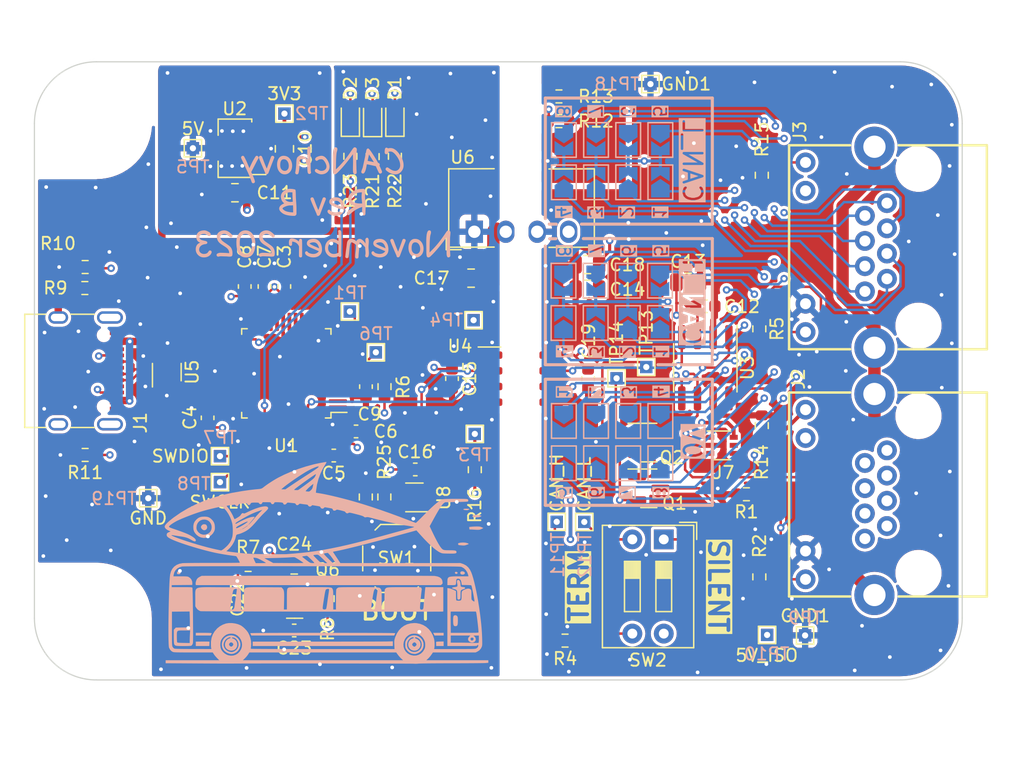
<source format=kicad_pcb>
(kicad_pcb (version 20221018) (generator pcbnew)
  (title_block (title "CANchovy") (date "2023-10-31") (rev "A") (company "N/A"))
  (layers (0 "F.Cu" signal) (1 "In1.Cu" signal) (2 "In2.Cu" signal) (31 "B.Cu" signal) (34 "B.Paste" user) (35 "F.Paste" user) (36 "B.SilkS" user "B.Silkscreen") (37 "F.SilkS" user "F.Silkscreen") (38 "B.Mask" user) (39 "F.Mask" user) (44 "Edge.Cuts" user))
  (net 0 "")
  (net 1 "+3.3V")
  (net 2 "GND")
  (net 3 "/NRST")
  (net 4 "+5V")
  (net 5 "5V_ISO")
  (net 6 "Net-(D1-K)")
  (net 7 "Net-(D2-K)")
  (net 8 "Net-(D3-K)")
  (net 9 "/CC1")
  (net 10 "/USB_DP")
  (net 11 "/USB_DN")
  (net 13 "/CC2")
  (net 15 "/USB_SHIELD")
  (net 16 "/RJ45_1")
  (net 17 "/RJ45_2")
  (net 18 "/RJ45_3")
  (net 19 "/RJ45_4")
  (net 20 "/RJ45_5")
  (net 21 "/RJ45_6")
  (net 22 "/RJ45_7")
  (net 23 "/RJ45_8")
  (net 24 "GND1")
  (net 30 "/LED_2A")
  (net 31 "Net-(Q6-B)")
  (net 42 "/~{BUFF_OE}")
  (net 43 "/RJ45_SH")
  (net 44 "Net-(J2-Pad9)")
  (net 46 "/LED_1A")
  (net 47 "Net-(J3-Pad9)")
  (net 48 "/CAN_H")
  (net 56 "/CAN_L")
  (net 57 "/SILENT_EN")
  (net 63 "Net-(R4-Pad2)")
  (net 64 "/CAN_RX_BOOT")
  (net 65 "Net-(R12-Pad2)")
  (net 66 "/CAN_TX")
  (net 67 "/CAN_RX_ISO")
  (net 68 "/LED_GREEN")
  (net 69 "/LED_BLUE")
  (net 70 "/SWDIO")
  (net 71 "/SWCLK")
  (net 72 "/CAN_TX_ISO")
  (net 77 "Net-(Q1-D)")
  (net 78 "Net-(Q2-D)")
  (net 79 "Net-(U8-Y)")
  (net 80 "/STBY_CTRL")
  (net 81 "/CAN_RX_UB")
  (footprint "Resistor_SMD:R_0603_1608Metric" (layer "F.Cu") (at 113.3 86.275 90)
    (fp_text reference "R6")
    (fp_text value "10k")
  )
  (footprint "TestPoint:TestPoint_THTPad_1.0x1.0mm_Drill0.5mm" (layer "F.Cu") (at 132.06 85.6)
    (fp_text reference "TP14")
    (fp_text value "TestPoint")
  )
  (footprint "TestPoint:TestPoint_THTPad_1.0x1.0mm_Drill0.5mm" (layer "F.Cu") (at 100 94)
    (fp_text reference "TP8")
    (fp_text value "TestPoint")
  )
  (footprint "Resistor_SMD:R_0603_1608Metric" (layer "F.Cu") (at 113.2875 95.2 90)
    (fp_text reference "R25")
    (fp_text value "1k")
  )
  (footprint "Resistor_SMD:R_0603_1608Metric" (layer "F.Cu") (at 142.555 94.98 180)
    (fp_text reference "R1")
    (fp_text value "10k")
  )
  (footprint "Package_TO_SOT_SMD:SOT-363_SC-70-6" (layer "F.Cu") (at 95.7 85.1 90)
    (fp_text reference "U5")
    (fp_text value "TPD4E1U06DCKR")
  )
  (footprint "Capacitor_SMD:C_0603_1608Metric" (layer "F.Cu") (at 106 106 180)
    (fp_text reference "C23")
    (fp_text value "100nF")
  )
  (footprint "Package_QFP:LQFP-48_7x7mm_P0.5mm" (layer "F.Cu") (at 105.3625 85.2 180)
    (fp_text reference "U1")
    (fp_text value "STM32G431C8T6")
  )
  (footprint "TestPoint:TestPoint_THTPad_1.0x1.0mm_Drill0.5mm" (layer "F.Cu") (at 105.21 64.19 180)
    (fp_text reference "TP2")
    (fp_text value "TestPoint")
  )
  (footprint "MountingHole:MountingHole_4.3mm_M4" (layer "F.Cu") (at 90 65)
    (fp_text reference "H1" hide)
    (fp_text value "M4")
  )
  (footprint "Resistor_SMD:R_0603_1608Metric" (layer "F.Cu") (at 127.4 64.8)
    (fp_text reference "R12")
    (fp_text value "120R")
  )
  (footprint "Capacitor_SMD:C_0603_1608Metric" (layer "F.Cu") (at 115.7875 92.975)
    (fp_text reference "C16")
    (fp_text value "100nF")
  )
  (footprint "Resistor_SMD:R_0603_1608Metric" (layer "F.Cu") (at 143.6 81.6 -90)
    (fp_text reference "R5")
    (fp_text value "1k")
  )
  (footprint "Resistor_SMD:R_0603_1608Metric" (layer "F.Cu") (at 143.8 89.425 90)
    (fp_text reference "R14")
    (fp_text value "1k")
  )
  (footprint "Capacitor_SMD:C_0805_2012Metric" (layer "F.Cu") (at 137.85 77.83)
    (fp_text reference "C13")
    (fp_text value "1uF")
  )
  (footprint "TestPoint:TestPoint_THTPad_1.0x1.0mm_Drill0.5mm" (layer "F.Cu") (at 100 91.9)
    (fp_text reference "TP7")
    (fp_text value "TestPoint")
  )
  (footprint "Resistor_SMD:R_0603_1608Metric" (layer "F.Cu") (at 112.34 67.6675 -90)
    (fp_text reference "R21")
    (fp_text value "1k")
  )
  (footprint "Capacitor_SMD:C_0603_1608Metric" (layer "F.Cu") (at 99 88.8 90)
    (fp_text reference "C4")
    (fp_text value "100nF")
  )
  (footprint "CANable_ISO_PCB:KH-RJ45-56-8P8C-D" (layer "F.Cu") (at 151.255 75 90)
    (fp_text reference "J3")
    (fp_text value "KH-RJ45-56-8P8C-D")
  )
  (footprint "LED_SMD:LED_0603_1608Metric" (layer "F.Cu") (at 112.34 64.5675 90)
    (fp_text reference "D3")
    (fp_text value "Green")
  )
  (footprint "Resistor_SMD:R_0603_1608Metric" (layer "F.Cu") (at 89.075 78.3)
    (fp_text reference "R9")
    (fp_text value "0R")
  )
  (footprint "Capacitor_SMD:C_0805_2012Metric" (layer "F.Cu") (at 103.1 103.45 90)
    (fp_text reference "C22")
    (fp_text value "4.7uF")
  )
  (footprint "Connector_USB:USB_C_Receptacle_XKB_U262-16XN-4BVC11" (layer "F.Cu") (at 88 85 -90)
    (fp_text reference "J1")
    (fp_text value "USB_C_Receptacle_USB2.0")
  )
  (footprint "CANable_ISO_PCB:KH-RJ45-56-8P8C-D" (layer "F.Cu") (at 151.255 95 90)
    (fp_text reference "J2")
    (fp_text value "KH-RJ45-56-8P8C-D")
  )
  (footprint "MountingHole:MountingHole_4.3mm_M4" (layer "F.Cu") (at 90 105)
    (fp_text reference "H2" hide)
    (fp_text value "M4")
  )
  (footprint "TestPoint:TestPoint_THTPad_1.0x1.0mm_Drill0.5mm" (layer "F.Cu") (at 112.6 83.5)
    (fp_text reference "TP6")
    (fp_text value "TestPoint")
  )
  (footprint "Capacitor_SMD:C_0805_2012Metric" (layer "F.Cu") (at 129.7 78.4 180)
    (fp_text reference "C14")
    (fp_text value "4.7uF")
  )
  (footprint "Package_SO:SOIC-8_3.9x4.9mm_P1.27mm" (layer "F.Cu") (at 139.235 84.75 -90)
    (fp_text reference "U3")
    (fp_text value "TJA1051T-3")
  )
  (footprint "TestPoint:TestPoint_THTPad_1.0x1.0mm_Drill0.5mm" (layer "F.Cu") (at 120.5 80.9)
    (fp_text reference "TP4")
    (fp_text value "TestPoint")
  )
  (footprint "Capacitor_SMD:C_0603_1608Metric" (layer "F.Cu") (at 109.2 91.85 180)
    (fp_text reference "C5")
    (fp_text value "100nF")
  )
  (footprint "TestPoint:TestPoint_THTPad_1.0x1.0mm_Drill0.5mm" (layer "F.Cu") (at 134.46 84.69)
    (fp_text reference "TP13")
    (fp_text value "TestPoint")
  )
  (footprint "Capacitor_SMD:C_0603_1608Metric" (layer "F.Cu") (at 129.7575 85.63 -90)
    (fp_text reference "C19")
    (fp_text value "100nF")
  )
  (footprint "Resistor_SMD:R_0603_1608Metric" (layer "F.Cu") (at 114.14 67.6425 -90)
    (fp_text reference "R22")
    (fp_text value "1k")
  )
  (footprint "Package_TO_SOT_SMD:SOT-353_SC-70-5" (layer "F.Cu") (at 115.7175 95.235 180)
    (fp_text reference "U8")
    (fp_text value "NC7SZ125P5X")
  )
  (footprint "TestPoint:TestPoint_THTPad_1.0x1.0mm_Drill0.5mm" (layer "F.Cu") (at 144.23 106.36)
    (fp_text reference "TP10")
    (fp_text value "TestPoint")
  )
  (footprint "Resistor_SMD:R_0603_1608Metric" (layer "F.Cu") (at 108.7 103.425 90)
    (fp_text reference "R8")
    (fp_text value "100k")
  )
  (footprint "Resistor_SMD:R_0603_1608Metric" (layer "F.Cu") (at 127.4 62.8 180)
    (fp_text reference "R13")
    (fp_text value "120R")
  )
  (footprint "Capacitor_SMD:C_0603_1608Metric" (layer "F.Cu") (at 111 89.9)
    (fp_text reference "C6")
    (fp_text value "100nF")
  )
  (footprint "Resistor_SMD:R_0603_1608Metric" (layer "F.Cu") (at 127.895 106.82)
    (fp_text reference "R4")
    (fp_text value "120R")
  )
  (footprint "TestPoint:TestPoint_THTPad_1.0x1.0mm_Drill0.5mm" (layer "F.Cu") (at 134.8 61.8)
    (fp_text reference "TP18")
    (fp_text value "TestPoint")
  )
  (footprint "Capacitor_SMD:C_0805_2012Metric" (layer "F.Cu") (at 106 100.7)
    (fp_text reference "C24")
    (fp_text value "4.7uF")
  )
  (footprint "Capacitor_SMD:C_0805_2012Metric" (layer "F.Cu") (at 129.7 76.4 180)
    (fp_text reference "C18")
    (fp_text value "4.7uF")
  )
  (footprint "Converter_DCDC:Converter_DCDC_Murata_CRE1xxxxxx3C_THT" (layer "F.Cu") (at 120.5625 73.7475 90)
    (fp_text reference "U6")
    (fp_text value "B0505S-1WR3")
  )
  (footprint "TestPoint:TestPoint_THTPad_1.0x1.0mm_Drill0.5mm" (layer "F.Cu") (at 147.3 106.4)
    (fp_text reference "TP9")
    (fp_text value "TestPoint")
  )
  (footprint "Resistor_SMD:R_0603_1608Metric" (layer "F.Cu") (at 89.1 76.6 180)
    (fp_text reference "R10")
    (fp_text value "5.1k")
  )
  (footprint "Resistor_SMD:R_0603_1608Metric" (layer "F.Cu") (at 111.7875 95.2 90)
    (fp_text reference "R3" hide)
    (fp_text value "100k")
  )
  (footprint "Capacitor_SMD:C_0603_1608Metric" (layer "F.Cu") (at 103.6 78.175 90)
    (fp_text reference "C7")
    (fp_text value "100nF")
  )
  (footprint "Resistor_SMD:R_0603_1608Metric" (layer "F.Cu") (at 120.6 92.995 90)
    (fp_text reference "R16")
    (fp_text value "10k")
  )
  (footprint "Resistor_SMD:R_0603_1608Metric" (layer "F.Cu") (at 89.1 91.8 180)
    (fp_text reference "R11")
    (fp_text value "5.1k")
  )
  (footprint "LED_SMD:LED_0603_1608Metric" (layer "F.Cu") (at 110.54 64.5425 90)
    (fp_text reference "D2")
    (fp_text value "Blue")
  )
  (footprint "Capacitor_SMD:C_0603_1608Metric" (layer "F.Cu") (at 139.235 79.775)
    (fp_text reference "C12")
    (fp_text value "100nF")
  )
  (footprint "Capacitor_SMD:C_0805_2012Metric" (layer "F.Cu") (at 105.21 67.04 -90)
    (fp_text reference "C10")
    (fp_text value "1uF")
  )
  (footprint "TestPoint:TestPoint_THTPad_1.0x1.0mm_Drill0.5mm" (layer "F.Cu") (at 129.45 97.22)
    (fp_text reference "TP12")
    (fp_text value "TestPoint")
  )
  (footprint "TestPoint:TestPoint_THTPad_1.0x1.0mm_Drill0.5mm" (layer "F.Cu") (at 110.5 80.2 180)
    (fp_text reference "TP1")
    (fp_text value "TestPoint")
  )
  (footprint "Resistor_SMD:R_0603_1608Metric" (layer "F.Cu") (at 143.8 69.175 -90)
    (fp_text reference "R15")
    (fp_text value "1k")
  )
  (footprint "Capacitor_SMD:C_0805_2012Metric" (layer "F.Cu") (at 120.3 77.5 180)
    (fp_text reference "C17")
    (fp_text value "4.7uF")
  )
  (footprint "Capacitor_SMD:C_0603_1608Metric" (layer "F.Cu") (at 105.2 78.175 90)
    (fp_text reference "C3")
    (fp_text value "100nF")
  )
  (footprint "TestPoint:TestPoint_THTPad_1.0x1.0mm_Drill0.5mm" (layer "F.Cu") (at 94.2 95.3)
    (fp_text reference "TP19")
    (fp_text value "TestPoint")
  )
  (footprint "Package_TO_SOT_SMD:SOT-23" (layer "F.Cu") (at 134.6625 94.5)
    (fp_text reference "Q1")
    (fp_text value "AO3401A")
  )
  (footprint "Resistor_SMD:R_0603_1608Metric" (layer "F.Cu") (at 110.54 67.6425 -90)
    (fp_text reference "R23")
    (fp_text value "1k")
  )
  (footprint "Button_Switch_THT:SW_DIP_SPSTx02_Slide_9.78x7.26mm_W7.62mm_P2.54mm" (layer "F.Cu") (at 135.875 98.6325 -90)
    (fp_text reference "SW2")
    (fp_text value "DSWB02LHGET")
  )
  (footprint "Capacitor_SMD:C_0805_2012Metric" (layer "F.Cu") (at 101.21 70.59)
    (fp_text reference "C11")
    (fp_text value "1uF")
  )
  (footprint "Capacitor_SMD:C_0603_1608Metric" (layer "F.Cu") (at 102 78.175 90)
    (fp_text reference "C8")
    (fp_text value "100nF")
  )
  (footprint "TestPoint:TestPoint_THTPad_1.0x1.0mm_Drill0.5mm" (layer "F.Cu") (at 120.6 90.1 180)
    (fp_text reference "TP3")
    (fp_text value "TestPoint")
  )
  (footprint "Package_TO_SOT_SMD:SOT-23" (layer "F.Cu") (at 134.6625 90.8)
    (fp_text reference "Q2")
    (fp_text value "AO3401A")
  )
  (footprint "Package_TO_SOT_SMD:SOT-89-3" (layer "F.Cu") (at 101.21 66.99 180)
    (fp_text reference "U2")
    (fp_text value "HT7533-1")
  )
  (footprint "Capacitor_SMD:C_0603_1608Metric" (layer "F.Cu") (at 118.7575 85.63 -90)
    (fp_text reference "C15")
    (fp_text value "100nF")
  )
  (footprint "LED_SMD:LED_0603_1608Metric" (layer "F.Cu") (at 114.14 64.5425 90)
    (fp_text reference "D1")
    (fp_text value "Red")
  )
  (footprint "Package_SO:SOIC-8_3.9x4.9mm_P1.27mm" (layer "F.Cu") (at 124.325 85.63)
    (fp_text reference "U4")
    (fp_text value "ADuM1201BR")
  )
  (footprint "Capacitor_SMD:C_0603_1608Metric" (layer "F.Cu") (at 111.8 86.275 -90)
    (fp_text reference "C9")
    (fp_text value "100nF")
  )
  (footprint "Button_Switch_SMD:SW_Push_1P1T_XKB_TS-1187A" (layer "F.Cu") (at 114.2875 100.175)
    (fp_text reference "SW1")
    (fp_text value "BOOT")
  )
  (footprint "TestPoint:TestPoint_THTPad_1.0x1.0mm_Drill0.5mm" (layer "F.Cu") (at 97.81 66.99 180)
    (fp_text reference "TP5")
    (fp_text value "TestPoint")
  )
  (footprint "TestPoint:TestPoint_THTPad_1.0x1.0mm_Drill0.5mm" (layer "F.Cu") (at 127.22 97.21)
    (fp_text reference "TP11")
    (fp_text value "TestPoint")
  )
  (footprint "Resistor_SMD:R_0603_1608Metric" (layer "F.Cu") (at 143.6 101.6625 -90)
    (fp_text reference "R2")
    (fp_text value "1k")
  )
  (footprint "Resistor_SMD:R_0603_1608Metric" (layer "F.Cu") (at 102.275 100.7)
    (fp_text reference "R7")
    (fp_text value "1M")
  )
  (footprint "Package_TO_SOT_SMD:SOT-363_SC-70-6" (layer "F.Cu") (at 140.58 91.025)
    (fp_text reference "U7")
    (fp_text value "TPD4E1U06DCKR")
  )
  (footprint "Package_TO_SOT_SMD:SOT-23" (layer "F.Cu") (at 106.0375 103.45)
    (fp_text reference "Q6")
    (fp_text value "SS8050")
  )
  (footprint "Jumper:SolderJumper-2_P1.3mm_Open_TrianglePad1.0x1.5mm" (layer "B.Cu") (at 127.8 66.322501 -90)
    (fp_text reference "JP9" hide)
    (fp_text value "OPT_8")
  )
  (footprint "Jumper:SolderJumper-2_P1.3mm_Open_TrianglePad1.0x1.5mm" (layer "B.Cu") (at 133 66.322502 -90)
    (fp_text reference "JP11" hide)
    (fp_text value "OPT_6")
  )
  (footprint "LOGO" (layer "B.Cu") (at 108.801595 100.250486 180)
    (fp_text reference "G***" hide)
    (fp_text value "LOGO" hide)
  )
  (footprint "Jumper:SolderJumper-2_P1.3mm_Open_TrianglePad1.0x1.5mm" (layer "B.Cu") (at 127.8 89.05 -90)
    (fp_text reference "JP24" hide)
    (fp_text value "OPT_1")
  )
  (footprint "Jumper:SolderJumper-2_P1.3mm_Open_TrianglePad1.0x1.5mm" (layer "B.Cu") (at 130.4 69.747501 90)
    (fp_text reference "JP14" hide)
    (fp_text value "OPT_3")
  )
  (footprint "Jumper:SolderJumper-2_P1.3mm_Open_TrianglePad1.0x1.5mm" (layer "B.Cu") (at 135.6 69.747501 90)
    (fp_text reference "JP16" hide)
    (fp_text value "OPT_1")
  )
  (footprint "Jumper:SolderJumper-2_P1.3mm_Open_TrianglePad1.0x1.5mm" (layer "B.Cu") (at 127.77 77.70375 -90)
    (fp_text reference "JP1" hide)
    (fp_text value "OPT_8")
  )
  (footprint "Jumper:SolderJumper-2_P1.3mm_Open_TrianglePad1.0x1.5mm" (layer "B.Cu") (at 127.8 92.475 90)
    (fp_text reference "JP20" hide)
    (fp_text value "OPT_5")
  )
  (footprint "Jumper:SolderJumper-2_P1.3mm_Open_TrianglePad1.0x1.5mm" (layer "B.Cu") (at 127.8 69.747501 90)
    (fp_text reference "JP13" hide)
    (fp_text value "OPT_4")
  )
  (footprint "Jumper:SolderJumper-2_P1.3mm_Open_TrianglePad1.0x1.5mm" (layer "B.Cu") (at 133 89.05 -90)
    (fp_text reference "JP22" hide)
    (fp_text value "OPT_3")
  )
  (footprint "Jumper:SolderJumper-2_P1.3mm_Open_TrianglePad1.0x1.5mm" (layer "B.Cu") (at 132.97 81.12875 90)
    (fp_text reference "JP7" hide)
    (fp_text value "OPT_2")
  )
  (footprint "Jumper:SolderJumper-2_P1.3mm_Open_TrianglePad1.0x1.5mm" (layer "B.Cu") (at 130.4 89.05 -90)
    (fp_text reference "JP23" hide)
    (fp_text value "OPT_2")
  )
  (footprint "Jumper:SolderJumper-2_P1.3mm_Open_TrianglePad1.0x1.5mm" (layer "B.Cu") (at 133 69.747501 90)
    (fp_text reference "JP15" hide)
    (fp_text value "OPT_2")
  )
  (footprint "Jumper:SolderJumper-2_P1.3mm_Open_TrianglePad1.0x1.5mm" (layer "B.Cu") (at 130.37 81.12875 90)
    (fp_text reference "JP6" hide)
    (fp_text value "OPT_3")
  )
  (footprint "Jumper:SolderJumper-2_P1.3mm_Open_TrianglePad1.0x1.5mm" (layer "B.Cu") (at 133 92.475 90)
    (fp_text reference "JP18" hide)
    (fp_text value "OPT_7")
  )
  (footprint "Jumper:SolderJumper-2_P1.3mm_Open_TrianglePad1.0x1.5mm" (layer "B.Cu") (at 135.6 92.475 90)
    (fp_text reference "JP17" hide)
    (fp_text value "OPT_8")
  )
  (footprint "Jumper:SolderJumper-2_P1.3mm_Open_TrianglePad1.0x1.5mm" (layer "B.Cu") (at 135.57 77.703751 -90)
    (fp_text reference "JP4" hide)
    (fp_text value "OPT_5")
  )
  (footprint "Jumper:SolderJumper-2_P1.3mm_Open_TrianglePad1.0x1.5mm" (layer "B.Cu") (at 135.6 89.05 -90)
    (fp_text reference "JP21" hide)
    (fp_text value "OPT_4")
  )
  (footprint "Jumper:SolderJumper-2_P1.3mm_Open_TrianglePad1.0x1.5mm" (layer "B.Cu") (at 130.37 77.703751 -90)
    (fp_text reference "JP2" hide)
    (fp_text value "OPT_7")
  )
  (footprint "Jumper:SolderJumper-2_P1.3mm_Open_TrianglePad1.0x1.5mm" (layer "B.Cu") (at 127.77 81.12875 90)
    (fp_text reference "JP5" hide)
    (fp_text value "OPT_4")
  )
  (footprint "Jumper:SolderJumper-2_P1.3mm_Open_TrianglePad1.0x1.5mm" (layer "B.Cu") (at 130.4 92.475 90)
    (fp_text reference "JP19" hide)
    (fp_text value "OPT_6")
  )
  (footprint "Jumper:SolderJumper-2_P1.3mm_Open_TrianglePad1.0x1.5mm" (layer "B.Cu") (at 135.57 81.12875 90)
    (fp_text reference "JP8" hide)
    (fp_text value "OPT_1")
  )
  (footprint "Jumper:SolderJumper-2_P1.3mm_Open_TrianglePad1.0x1.5mm" (layer "B.Cu") (at 135.6 66.322502 -90)
    (fp_text reference "JP12" hide)
    (fp_text value "OPT_5")
  )
  (footprint "Jumper:SolderJumper-2_P1.3mm_Open_TrianglePad1.0x1.5mm" (layer "B.Cu") (at 130.4 66.322502 -90)
    (fp_text reference "JP10" hide)
    (fp_text value "OPT_7")
  )
  (footprint "Jumper:SolderJumper-2_P1.3mm_Open_TrianglePad1.0x1.5mm" (layer "B.Cu") (at 132.97 77.703751 -90)
    (fp_text reference "JP3" hide)
    (fp_text value "OPT_6")
  )
  (gr_line (start 126.3 95.875) (end 139.8 95.875) (stroke (width 0.25)) (layer "B.SilkS"))
  (gr_line (start 126.3 74.9) (end 126.3 84.50375) (stroke (width 0.25)) (layer "B.SilkS"))
  (gr_line (start 139.8 95.875) (end 139.8 85.675) (stroke (width 0.25)) (layer "B.SilkS"))
  (gr_line (start 139.8 74.30375) (end 129.37 74.3) (stroke (width 0.25)) (layer "B.SilkS"))
  (gr_line (start 135.4 84.5) (end 139.8 84.50375) (stroke (width 0.25)) (layer "B.SilkS"))
  (gr_line (start 126.3 72.68) (end 126.3 62.932501) (stroke (width 0.25)) (layer "B.SilkS"))
  (gr_line (start 126.62 73.13) (end 127.18 73.13) (stroke (width 0.25)) (layer "B.SilkS"))
  (gr_line (start 139.8 73.132501) (end 129.22 73.13) (stroke (width 0.25)) (layer "B.SilkS"))
  (gr_line (start 139.8 85.675) (end 132.89 85.67) (stroke (width 0.25)) (layer "B.SilkS"))
  (gr_line (start 126.3 62.932501) (end 139.8 62.932501) (stroke (width 0.25)) (layer "B.SilkS"))
  (gr_line (start 126.3 85.675) (end 126.3 95.875) (stroke (width 0.25)) (layer "B.SilkS"))
  (gr_line (start 126.3 84.50375) (end 133.4 84.5) (stroke (width 0.25)) (layer "B.SilkS"))
  (gr_line (start 139.8 62.932501) (end 139.8 73.132501) (stroke (width 0.25)) (layer "B.SilkS"))
  (gr_line (start 139.8 84.50375) (end 139.8 74.30375) (stroke (width 0.25)) (layer "B.SilkS"))
  (gr_line (start 126.66 74.31) (end 127.15 74.31) (stroke (width 0.25)) (layer "B.SilkS"))
  (gr_line (start 126.3 85.675) (end 131.11 85.67) (stroke (width 0.25)) (layer "B.SilkS"))
  (gr_arc locked (start 160 105) (mid 158.535534 108.535534) (end 155 110) (stroke (width 0.1)) (layer "Edge.Cuts"))
  (gr_line locked (start 155 110) (end 90 110) (stroke (width 0.1)) (layer "Edge.Cuts"))
  (gr_line locked (start 160 65) (end 160 105) (stroke (width 0.1)) (layer "Edge.Cuts"))
  (gr_arc locked (start 85 65) (mid 86.464466 61.464466) (end 90 60) (stroke (width 0.1)) (layer "Edge.Cuts"))
  (gr_line locked (start 90 60) (end 155 60) (stroke (width 0.1)) (layer "Edge.Cuts"))
  (gr_arc locked (start 155 60) (mid 158.535534 61.464466) (end 160 65) (stroke (width 0.1)) (layer "Edge.Cuts"))
  (gr_arc locked (start 90 110) (mid 86.464466 108.535534) (end 85 105) (stroke (width 0.1)) (layer "Edge.Cuts"))
  (gr_line locked (start 85 105) (end 85 65) (stroke (width 0.1)) (layer "Edge.Cuts"))
  (gr_text "3" (at 129.74 71.59 270) (layer "B.SilkS" knockout) (effects (font (size 1 1)) (justify right bottom mirror)))
  (gr_text "5" (at 135.004673 75.865718 270) (layer "B.SilkS" knockout) (effects (font (size 1 1)) (justify left bottom mirror)))
  (gr_text "CAN_H" (at 137.3 79.40375 -90) (layer "B.SilkS" knockout) (effects (font (size 1.5 1.5) (thickness 0.2)) (justify bottom mirror)))
  (gr_text "1" (at 134.94 71.59 270) (layer "B.SilkS" knockout) (effects (font (size 1 1)) (justify right bottom mirror)))
  (gr_text "1" (at 135.004673 82.865718 270) (layer "B.SilkS" knockout) (effects (font (size 1 1)) (justify right bottom mirror)))
  (gr_text "8" (at 127.204673 75.865718 270) (layer "B.SilkS" knockout) (effects (font (size 1 1)) (justify left bottom mirror)))
  (gr_text "6" (at 129.8 94.275 270) (layer "B.SilkS" knockout) (effects (font (size 1 1)) (justify right bottom mirror)))
  (gr_text "7" (at 129.804673 75.865718 270) (layer "B.SilkS" knockout) (effects (font (size 1 1)) (justify left bottom mirror)))
  (gr_text "1" (at 127.2 87.275 270) (layer "B.SilkS" knockout) (effects (font (size 1 1)) (justify left bottom mirror)))
  (gr_text "5" (at 134.94 64.59 270) (layer "B.SilkS" knockout) (effects (font (size 1 1)) (justify left bottom mirror)))
  (gr_text "0V" (at 137.3 90.775 -90) (layer "B.SilkS" knockout) (effects (font (size 1.5 1.5) (thickness 0.2)) (justify bottom mirror)))
  (gr_text "8" (at 127.14 64.59 270) (layer "B.SilkS" knockout) (effects (font (size 1 1)) (justify left bottom mirror)))
  (gr_text "7" (at 132.3 94.275 270) (layer "B.SilkS" knockout) (effects (font (size 1 1)) (justify right bottom mirror)))
  (gr_text "4" (at 127.14 71.59 270) (layer "B.SilkS" knockout) (effects (font (size 1 1)) (justify right bottom mirror)))
  (gr_text "2" (at 129.8 87.275 270) (layer "B.SilkS" knockout) (effects (font (size 1 1)) (justify left bottom mirror)))
  (gr_text "8" (at 135 94.275 270) (layer "B.SilkS" knockout) (effects (font (size 1 1)) (justify right bottom mirror)))
  (gr_text "5" (at 127.2 94.275 270) (layer "B.SilkS" knockout) (effects (font (size 1 1)) (justify right bottom mirror)))
  (gr_text "2" (at 132.24 71.59 270) (layer "B.SilkS" knockout) (effects (font (size 1 1)) (justify right bottom mirror)))
  (gr_text "2" (at 132.304673 82.865718 270) (layer "B.SilkS" knockout) (effects (font (size 1 1)) (justify right bottom mirror)))
  (gr_text "3" (at 129.804673 82.865718 270) (layer "B.SilkS" knockout) (effects (font (size 1 1)) (justify right bottom mirror)))
  (gr_text "3" (at 132.4 87.275 270) (layer "B.SilkS" knockout) (effects (font (size 1 1)) (justify left bottom mirror)))
  (gr_text "7" (at 129.74 64.59 270) (layer "B.SilkS" knockout) (effects (font (size 1 1)) (justify left bottom mirror)))
  (gr_text "6" (at 132.404673 75.865718 270) (layer "B.SilkS" knockout) (effects (font (size 1 1)) (justify left bottom mirror)))
  (gr_text "4" (at 127.204673 82.865718 270) (layer "B.SilkS" knockout) (effects (font (size 1 1)) (justify right bottom mirror)))
  (gr_text "4" (at 135 87.275 270) (layer "B.SilkS" knockout) (effects (font (size 1 1)) (justify left bottom mirror)))
  (gr_text "6" (at 132.34 64.59 270) (layer "B.SilkS" knockout) (effects (font (size 1 1)) (justify left bottom mirror)))
  (gr_text "CAN_L" (at 137.3 68.032501 -90) (layer "B.SilkS" knockout) (effects (font (size 1.5 1.5) (thickness 0.2)) (justify bottom mirror)))
  (gr_text "5V_ISO" (at 144.2 108.6) (layer "F.SilkS") (effects (font (size 1 1)) (justify bottom)))
  (gr_text "GND" (at 94.2 97.5) (layer "F.SilkS") (effects (font (size 1 1)) (justify bottom)))
  (gr_text "5V" (at 97.81 66) (layer "F.SilkS") (effects (font (size 1 1)) (justify bottom)))
  (gr_text "SWDIO" (at 96.8 91.9) (layer "F.SilkS") (effects (font (size 1 1))))
  (gr_text "SWCLK" (at 100 96.2) (layer "F.SilkS") (effects (font (size 1 1)) (justify bottom)))
  (gr_text "GND1" (at 135.6 61.8) (layer "F.SilkS") (effects (font (size 1 1)) (justify left)))
  (gr_text "GND1" (at 147.3 105.4) (layer "F.SilkS") (effects (font (size 1 1)) (justify bottom)))
  (gr_text "CAN_H" (at 127.22 96.51 90) (layer "F.SilkS") (effects (font (size 1 1)) (justify left)))
  (gr_text "BOOT" (at 114.2875 105.275) (layer "F.SilkS") (effects (font (size 1.5 1.5) (thickness 0.25) bold) (justify bottom)))
  (gr_text "SILENT" (at 139.4 102.4 270) (layer "F.SilkS" knockout) (effects (font (size 1.5 1.5) (thickness 0.3) bold) (justify bottom)))
  (gr_text "3V3" (at 105.21 63.17) (layer "F.SilkS") (effects (font (size 1 1)) (justify bottom)))
  (gr_text "CAN_L" (at 129.45 96.52 90) (layer "F.SilkS") (effects (font (size 1 1)) (justify left)))
  (gr_text "TERM" (at 129.89 102.4 90) (layer "F.SilkS" knockout) (effects (font (size 1.5 1.5) (thickness 0.3) bold) (justify bottom)))
  (gr_text_box "CANchovy\nRev B\nNovember 2023" (start 94.64 65.54) (end 121.98 77.31) (layer "B.SilkS") (effects (font (size 2 2) (thickness 0.25)) (justify top mirror)))
  (segment (start 105.21 66.09) (end 106.85 66.09) (width 0.3) (layer "F.Cu") (net 1))
  (segment (start 114.14 63.755) (end 114.14 62.5175) (width 0.2) (layer "F.Cu") (net 1))
  (segment (start 100.95 78.95) (end 100.9 79) (width 0.2) (layer "F.Cu") (net 1))
  (segment (start 105.2 78.95) (end 105.15 78.95) (width 0.2) (layer "F.Cu") (net 1))
  (segment (start 109.975 91.85) (end 110.225 91.6) (width 0.2) (layer "F.Cu") (net 1))
  (segment (start 108.1125 90.6125) (end 108.5 91) (width 0.2) (layer "F.Cu") (net 1))
  (segment (start 104.6125 81.0375) (end 104.6125 79.5375) (width 0.2) (layer "F.Cu") (net 1))
  (segment (start 111.2875 103.1875) (end 111.3 103.2) (width 0.2) (layer "F.Cu") (net 1))
  (segment (start 120.6 93.82) (end 120.6 94.9) (width 0.25) (layer "F.Cu") (net 1))
  (segment (start 115.0125 92.975) (end 113.825 92.975) (width 0.2) (layer "F.Cu") (net 1))
  (segment (start 101.2 87.95) (end 100.05 87.95) (width 0.2) (layer "F.Cu") (net 1))
  (segment (start 118.7575 84.855) (end 119.8875 83.725) (width 0.2) (layer "F.Cu") (net 1))
  (segment (start 104.6125 79.5375) (end 105.2 78.95) (width 0.2) (layer "F.Cu") (net 1))
  (segment (start 105.05 100.7) (end 105.05 100.55) (width 0.2) (layer "F.Cu") (net 1))
  (segment (start 104.1125 81.0375) (end 104.1125 79.4625) (width 0.2) (layer "F.Cu") (net 1))
  (segment (start 110.25 89.9) (end 110.225 89.9) (width 0.2) (layer "F.Cu") (net 1))
  (segment (start 108.7 104.25) (end 108.7 105.5) (width 0.2) (layer "F.Cu") (net 1))
  (segment (start 114.9775 95.885) (end 115.6875 95.175) (width 0.2) (layer "F.Cu") (net 1))
  (segment (start 118.7575 84.855) (end 117.441523 84.855) (width 0.2) (layer "F.Cu") (net 1))
  (segment (start 109.125 91) (end 109.975 91.85) (width 0.2) (layer "F.Cu") (net 1))
  (segment (start 115.6875 93.65) (end 115.0125 92.975) (width 0.2) (layer "F.Cu") (net 1))
  (segment (start 101.45 100.7) (end 101.45 101.95) (width 0.2) (layer "F.Cu") (net 1))
  (segment (start 110.225 90.9) (end 110.225 89.9) (width 0.2) (layer "F.Cu") (net 1))
  (segment (start 104.1125 79.4625) (end 103.6 78.95) (width 0.2) (layer "F.Cu") (net 1))
  (segment (start 112.34 63.78) (end 112.34 62.6175) (width 0.2) (layer "F.Cu") (net 1))
  (segment (start 108.5 91) (end 109.125 91) (width 0.2) (layer "F.Cu") (net 1))
  (segment (start 110.225 91.6) (end 110.225 90.9) (width 0.2) (layer "F.Cu") (net 1))
  (segment (start 110.85 87.95) (end 111.1 88.2) (width 0.2) (layer "F.Cu") (net 1))
  (segment (start 100.05 87.95) (end 99.9 88.1) (width 0.2) (layer "F.Cu") (net 1))
  (segment (start 102.6125 79.753186) (end 102 79.140686) (width 0.2) (layer "F.Cu") (net 1))
  (segment (start 103.16 65.49) (end 103.26 65.59) (width 0.3) (layer "F.Cu") (net 1))
  (segment (start 110.8 90.9) (end 111.1 91.2) (width 0.2) (layer "F.Cu") (net 1))
  (segment (start 103.65 78.95) (end 104.4 78.2) (width 0.2) (layer "F.Cu") (net 1))
  (segment (start 99.9 88.675) (end 99 89.575) (width 0.2) (layer "F.Cu") (net 1))
  (segment (start 111.2875 102.05) (end 111.2875 103.1875) (width 0.2) (layer "F.Cu") (net 1))
  (segment (start 104.71 65.59) (end 105.21 66.09) (width 0.3) (layer "F.Cu") (net 1))
  (segment (start 105.21 64.19) (end 105.21 66.09) (width 0.3) (layer "F.Cu") (net 1))
  (segment (start 110.225 90.9) (end 110.8 90.9) (width 0.2) (layer "F.Cu") (net 1))
  (segment (start 105.15 78.95) (end 104.4 78.2) (width 0.2) (layer "F.Cu") (net 1))
  (segment (start 117.2875 103.0875) (end 117.3 103.1) (width 0.2) (layer "F.Cu") (net 1))
  (segment (start 101.45 101.95) (end 101.4 102) (width 0.2) (layer "F.Cu") (net 1))
  (segment (start 115.6875 95.175) (end 115.6875 93.65) (width 0.2) (layer "F.Cu") (net 1))
  (segment (start 117.2875 102.05) (end 117.2875 103.0875) (width 0.2) (layer "F.Cu") (net 1))
  (segment (start 109.525 87.95) (end 110.85 87.95) (width 0.2) (layer "F.Cu") (net 1))
  (segment (start 113.3 87.1) (end 113.3 88.4) (width 0.2) (layer "F.Cu") (net 1))
  (segment (start 103.26 65.59) (end 104.71 65.59) (width 0.3) (layer "F.Cu") (net 1))
  (segment (start 111.1 89.05) (end 110.25 89.9) (width 0.2) (layer "F.Cu") (net 1))
  (segment (start 99 89.575) (end 100.175 89.575) (width 0.2) (layer "F.Cu") (net 1))
  (segment (start 110.54 63.755) (end 110.54 62.5675) (width 0.2) (layer "F.Cu") (net 1))
  (segment (start 117.441523 84.855) (end 117.304706 84.718183) (width 0.2) (layer "F.Cu") (net 1))
  (segment (start 100.175 89.575) (end 100.2 89.6) (width 0.2) (layer "F.Cu") (net 1))
  (segment (start 102 78.95) (end 100.95 78.95) (width 0.2) (layer "F.Cu") (net 1))
  (segment (start 112.34 62.6175) (end 112.29 62.5675) (width 0.2) (layer "F.Cu") (net 1))
  (segment (start 114.7675 95.885) (end 114.9775 95.885) (width 0.2) (layer "F.Cu") (net 1))
  (segment (start 119.8875 83.725) (end 121.85 83.725) (width 0.2) (layer "F.Cu") (net 1))
  (segment (start 102.6125 81.0375) (end 102.6125 79.753186) (width 0.2) (layer "F.Cu") (net 1))
  (segment (start 113.825 92.975) (end 113.8 93) (width 0.2) (layer "F.Cu") (net 1))
  (segment (start 111.1 88.2) (end 111.1 89.05) (width 0.2) (layer "F.Cu") (net 1))
  (segment (start 105.05 100.55) (end 104 99.5) (width 0.2) (layer "F.Cu") (net 1))
  (segment (start 99.9 88.1) (end 99.9 88.675) (width 0.2) (layer "F.Cu") (net 1))
  (segment (start 106.85 66.09) (end 106.86 66.08) (width 0.3) (layer "F.Cu") (net 1))
  (segment (start 103.6 78.95) (end 103.65 78.95) (width 0.2) (layer "F.Cu") (net 1))
  (segment (start 108.1125 89.3625) (end 108.1125 90.6125) (width 0.2) (layer "F.Cu") (net 1))
  (segment (start 102 79.140686) (end 102 78.95) (width 0.2) (layer "F.Cu") (net 1))
  (via (at 104.4 78.2) (size 0.6) (drill 0.3) (layers "F.Cu" "B.Cu") (net 1))
  (via (at 112.29 62.5675) (size 0.6) (drill 0.3) (layers "F.Cu" "B.Cu") (net 1))
  (via (at 101.4 102) (size 0.6) (drill 0.3) (layers "F.Cu" "B.Cu") (net 1))
  (via (at 100.9 79) (size 0.6) (drill 0.3) (layers "F.Cu" "B.Cu") (net 1))
  (via (at 108.7 105.5) (size 0.6) (drill 0.3) (layers "F.Cu" "B.Cu") (net 1))
  (via (at 113.8 93) (size 0.6) (drill 0.3) (layers "F.Cu" "B.Cu") (net 1))
  (via (at 113.3 88.4) (size 0.6) (drill 0.3) (layers "F.Cu" "B.Cu") (net 1))
  (via (at 117.3 103.1) (size 0.6) (drill 0.3) (layers "F.Cu" "B.Cu") (net 1))
  (via (at 114.14 62.5175) (size 0.6) (drill 0.3) (layers "F.Cu" "B.Cu") (net 1))
  (via (at 104 99.5) (size 0.6) (drill 0.3) (layers "F.Cu" "B.Cu") (net 1))
  (via (at 110.54 62.5675) (size 0.6) (drill 0.3) (layers "F.Cu" "B.Cu") (net 1))
  (via (at 100.2 89.6) (size 0.6) (drill 0.3) (layers "F.Cu" "B.Cu") (net 1))
  (via (at 120.6 94.9) (size 0.6) (drill 0.3) (layers "F.Cu" "B.Cu") (net 1))
  (via (at 106.86 66.08) (size 0.6) (drill 0.3) (layers "F.Cu" "B.Cu") (net 1))
  (via (at 111.3 103.2) (size 0.6) (drill 0.3) (layers "F.Cu" "B.Cu") (net 1))
  (via (at 117.304706 84.718183) (size 0.6) (drill 0.3) (layers "F.Cu" "B.Cu") (net 1))
  (via (at 111.1 91.2) (size 0.6) (drill 0.3) (layers "F.Cu" "B.Cu") (net 1))
  (segment (start 101.2 87.45) (end 99.575 87.45) (width 0.2) (layer "F.Cu") (net 2))
  (segment (start 104.81 68.39) (end 105.21 67.99) (width 0.3) (layer "F.Cu") (net 2))
  (segment (start 99 88.025) (end 97.725 88.025) (width 0.2) (layer "F.Cu") (net 2))
  (segment (start 111.8 89.875) (end 111.775 89.9) (width 0.2) (layer "F.Cu") (net 2))
  (segment (start 106 78.2) (end 105.2 77.4) (width 0.2) (layer "F.Cu") (net 2))
  (segment (start 102.825 79.4) (end 103.1125 79.6875) (width 0.2) (layer "F.Cu") (net 2))
  (segment (start 88.275 91.8) (end 87.1 91.8) (width 0.2) (layer "F.Cu") (net 2))
  (segment (start 116.6675 93.08) (end 116.5625 92.975) (width 0.2) (layer "F.Cu") (net 2))
  (segment (start 103.26 68.39) (end 104.81 68.39) (width 0.3) (layer "F.Cu") (net 2))
  (segment (start 103.1 105.6) (end 103.5 106) (width 0.2) (layer "F.Cu") (net 2))
  (segment (start 105.37 104.67) (end 105.1 104.4) (width 0.2) (layer "F.Cu") (net 2))
  (segment (start 105.1125 79.8875) (end 105.3 79.7) (width 0.2) (layer "F.Cu") (net 2))
  (segment (start 105.37 105.27) (end 105.37 104.67) (width 0.2) (layer "F.Cu") (net 2))
  (segment (start 103.16 68.49) (end 103.16 69.340852) (width 0.3) (layer "F.Cu") (net 2))
  (segment (start 88.275 76.6) (end 87 76.6) (width 0.2) (layer "F.Cu") (net 2))
  (segment (start 111.7875 94.375) (end 111.7875 93.275) (width 0.2) (layer "F.Cu") (net 2))
  (segment (start 103.16 68.49) (end 103.26 68.39) (width 0.3) (layer "F.Cu") (net 2))
  (segment (start 116.6675 94.585) (end 116.6675 93.08) (width 0.2) (layer "F.Cu") (net 2))
  (segment (start 99.575 87.45) (end 99 88.025) (width 0.2) (layer "F.Cu") (net 2))
  (segment (start 105.8 79.7) (end 106 79.5) (width 0.2) (layer "F.Cu") (net 2))
  (segment (start 105.21 67.99) (end 106.79 67.99) (width 0.3) (layer "F.Cu") (net 2))
  (segment (start 106.79 67.99) (end 106.8 68) (width 0.3) (layer "F.Cu") (net 2))
  (segment (start 103.1125 79.6875) (end 103.1125 81.0375) (width 0.2) (layer "F.Cu") (net 2))
  (segment (start 102.16 70.340852) (end 102.16 70.59) (width 0.3) (layer "F.Cu") (net 2))
  (segment (start 111.8 87.05) (end 111.8 89.875) (width 0.2) (layer "F.Cu") (net 2))
  (segment (start 102.825 77.4) (end 102.825 76.325) (width 0.2) (layer "F.Cu") (net 2))
  (segment (start 102.825 77.4) (end 102.825 79.4) (width 0.2) (layer "F.Cu") (net 2))
  (segment (start 95.7 86.05) (end 95.7 87) (width 0.2) (layer "F.Cu") (net 2))
  (segment (start 103.16 69.340852) (end 102.16 70.340852) (width 0.3) (layer "F.Cu") (net 2))
  (segment (start 97.725 88.025) (end 97.7 88) (width 0.2) (layer "F.Cu") (net 2))
  (segment (start 105.225 106) (end 105.225 105.415) (width 0.2) (layer "F.Cu") (net 2))
  (segment (start 105.225 105.415) (end 105.37 105.27) (width 0.2) (layer "F.Cu") (net 2))
  (segment (start 102.16 71.96) (end 102.2 72) (width 0.6) (layer "F.Cu") (net 2))
  (segment (start 103.6 77.4) (end 102.825 77.4) (width 0.2) (layer "F.Cu") (net 2))
  (segment (start 105.225 106) (end 103.5 106) (width 0.2) (layer "F.Cu") (net 2))
  (segment (start 103.6 77.4) (end 102 77.4) (width 0.2) (layer "F.Cu") (net 2))
  (segment (start 104.4 77.4) (end 104.4 76.3) (width 0.2) (layer "F.Cu") (net 2))
  (segment (start 104.4 77.4) (end 103.6 77.4) (width 0.2) (layer "F.Cu") (net 2))
  (segment (start 105.1 104.4) (end 103.1 104.4) (width 0.2) (layer "F.Cu") (net 2))
  (segment (start 105.2 77.4) (end 104.4 77.4) (width 0.2) (layer "F.Cu") (net 2))
  (segment (start 106 79.5) (end 106 78.2) (width 0.2) (layer "F.Cu") (net 2))
  (segment (start 102.16 70.59) (end 102.16 71.96) (width 0.6) (layer "F.Cu") (net 2))
  (segment (start 103.1 104.4) (end 103.1 105.6) (width 0.2) (layer "F.Cu") (net 2))
  (segment (start 105.1125 81.0375) (end 105.1125 79.8875) (width 0.2) (layer "F.Cu") (net 2))
  (segment (start 102.825 76.325) (end 102.8 76.3) (width 0.2) (layer "F.Cu") (net 2))
  (segment (start 105.3 79.7) (end 105.8 79.7) (width 0.2) (layer "F.Cu") (net 2))
  (via (at 112.53 101.12) (size 0.6) (drill 0.3) (layers "F.Cu" "B.Cu") (net 2))
  (via (at 116.4 79.9) (size 0.6) (drill 0.3) (layers "F.Cu" "B.Cu") (net 2))
  (via (at 108.08 108.73) (size 0.6) (drill 0.3) (layers "F.Cu" "B.Cu") (net 2))
  (via (at 101.72 94.18) (size 0.6) (drill 0.3) (layers "F.Cu" "B.Cu") (net 2))
  (via (at 104.79 96.55) (size 0.6) (drill 0.3) (layers "F.Cu" "B.Cu") (net 2))
  (via (at 94.21 68.28) (size 0.6) (drill 0.3) (layers "F.Cu" "B.Cu") (net 2))
  (via (at 113.92 108.99) (size 0.6) (drill 0.3) (layers "F.Cu" "B.Cu") (net 2))
  (via (at 109.72 70.75) (size 0.6) (drill 0.3) (layers "F.Cu" "B.Cu") (net 2))
  (via (at 91.82 79.36) (size 0.6) (drill 0.3) (layers "F.Cu" "B.Cu") (net 2))
  (via (at 85.91 95.13) (size 0.6) (drill 0.3) (layers "F.Cu" "B.Cu") (net 2))
  (via (at 116.11 106.11) (size 0.6) (drill 0.3) (layers "F.Cu" "B.Cu") (net 2))
  (via (at 95.23 109.14) (size 0.6) (drill 0.3) (layers "F.Cu" "B.Cu") (net 2))
  (via (at 89.95 70.17) (size 0.6) (drill 0.3) (layers "F.Cu" "B.Cu") (net 2))
  (via (at 121.46 64.72) (size 0.6) (drill 0.3) (layers "F.Cu" "B.Cu") (net 2))
  (via (at 111.535229 83.645019) (size 0.6) (drill 0.3) (layers "F.Cu" "B.Cu") (net 2))
  (via (at 119.4 75.8) (size 0.6) (drill 0.3) (layers "F.Cu" "B.Cu") (net 2))
  (via (at 116.65 71.49) (size 0.6) (drill 0.3) (layers "F.Cu" "B.Cu") (net 2))
  (via (at 109.52 81.36) (size 0.6) (drill 0.3) (layers "F.Cu" "B.Cu") (net 2))
  (via (at 96.76 101.18) (size 0.6) (drill 0.3) (layers "F.Cu" "B.Cu") (net 2))
  (via (at 106.02 93.17) (size 0.6) (drill 0.3) (layers "F.Cu" "B.Cu") (net 2))
  (via (at 119.14 95.6) (size 0.6) (drill 0.3) (layers "F.Cu" "B.Cu") (net 2))
  (via (at 93.97 86.26) (size 0.6) (drill 0.3) (layers "F.Cu" "B.Cu") (net 2))
  (via (at 122.02 103.3) (size 0.6) (drill 0.3) (layers "F.Cu" "B.Cu") (net 2))
  (via (at 85.95 70.13) (size 0.6) (drill 0.3) (layers "F.Cu" "B.Cu") (net 2))
  (via (at 112.28 97.18) (size 0.6) (drill 0.3) (layers "F.Cu" "B.Cu") (net 2))
  (via (at 108.2 99.66) (size 0.6) (drill 0.3) (layers "F.Cu" "B.Cu") (net 2))
  (via (at 122 82.7) (size 0.6) (drill 0.3) (layers "F.Cu" "B.Cu") (net 2))
  (via (at 102.8 76.3) (size 0.6) (drill 0.3) (layers "F.Cu" "B.Cu") (net 2))
  (via (at 93.8 83.8) (size 0.6) (drill 0.3) (layers "F.Cu" "B.Cu") (net 2))
  (via (at 103.99 91.25) (size 0.6) (drill 0.3) (layers "F.Cu" "B.Cu") (net 2))
  (via (at 102.2 72) (size 0.6) (drill 0.3) (layers "F.Cu" "B.Cu") (net 2))
  (via (at 101.45 90.69) (size 0.6) (drill 0.3) (layers "F.Cu" "B.Cu") (net 2))
  (via (at 113.04 90.78) (size 0.6) (drill 0.3) (layers "F.Cu" "B.Cu") (net 2))
  (via (at 112.37 99.25) (size 0.6) (drill 0.3) (layers "F.Cu" "B.Cu") (net 2))
  (via (at 114.14 69.81) (size 0.6) (drill 0.3) (layers "F.Cu" "B.Cu") (net 2))
  (via (at 119.23 91.34) (size 0.6) (drill 0.3) (layers "F.Cu" "B.Cu") (net 2))
  (via (at 115.72 99.22) (size 0.6) (drill 0.3) (layers "F.Cu" "B.Cu") (net 2))
  (via (at 95.7 87) (size 0.6) (drill 0.3) (layers "F.Cu" "B.Cu") (net 2))
  (via (at 89.35 85.06) (size 0.6) (drill 0.3) (layers "F.Cu" "B.Cu") (net 2))
  (via (at 105.59 90.98) (size 0.6) (drill 0.3) (layers "F.Cu" "B.Cu") (net 2))
  (via (at 106.8 68) (size 0.6) (drill 0.3) (layers "F.Cu" "B.Cu") (net 2))
  (via (at 96.78 78.73) (size 0.6) (drill 0.3) (layers "F.Cu" "B.Cu") (net 2))
  (via (at 89.66 95.81) (size 0.6) (drill 0.3) (layers "F.Cu" "B.Cu") (net 2))
  (via (at 108.73 79.43) (size 0.6) (drill 0.3) (layers "F.Cu" "B.Cu") (net 2))
  (via (at 88.56 81.8) (size 0.6) (drill 0.3) (layers "F.Cu" "B.Cu") (net 2))
  (via (at 111.7875 93.275) (size 0.6) (drill 0.3) (layers "F.Cu" "B.Cu") (net 2))
  (via (at 106.88 77.41) (size 0.6) (drill 0.3) (layers "F.Cu" "B.Cu") (net 2))
  (via (at 118.9 83) (size 0.6) (drill 0.3) (layers "F.Cu" "B.Cu") (net 2))
  (via (at 121.98 88.95) (size 0.6) (drill 0.3) (layers "F.Cu" "B.Cu") (net 2))
  (via (at 87 76.6) (size 0.6) (drill 0.3) (layers "F.Cu" "B.Cu") (net 2))
  (via (at 116.37 85.33) (size 0.6) (drill 0.3) (layers "F.Cu" "B.Cu") (net 2))
  (via (at 96.51 74.99) (size 0.6) (drill 0.3) (layers "F.Cu" "B.Cu") (net 2))
  (via (at 108.71 96.46) (size 0.6) (drill 0.3) (layers "F.Cu" "B.Cu") (net 2))
  (via (at 109.67 93.82) (size 0.6) (drill 0.3) (layers "F.Cu" "B.Cu") (net 2))
  (via (at 99.59 85.02) (size 0.6) (drill 0.3) (layers "F.Cu" "B.Cu") (net 2))
  (via (at 109.97 60.8) (size 0.6) (drill 0.3) (layers "F.Cu" "B.Cu") (net 2))
  (via (at 105.19 107.53) (size 0.6) (drill 0.3) (layers "F.Cu" "B.Cu") (net 2))
  (via (at 110.9 77.3) (size 0.6) (drill 0.3) (layers "F.Cu" "B.Cu") (net 2))
  (via (at 122 67.73) (size 0.6) (drill 0.3) (layers "F.Cu" "B.Cu") (net 2))
  (via (at 108.5 76.5) (size 0.6) (drill 0.3) (layers "F.Cu" "B.Cu") (net 2))
  (via (at 91.17 99.52) (size 0.6) (drill 0.3) (layers "F.Cu" "B.Cu") (net 2))
  (via (at 105.54 87.69) (size 0.6) (drill 0.3) (layers "F.Cu" "B.Cu") (net 2))
  (via (at 88.29 87.93) (size 0.6) (drill 0.3) (layers "F.Cu" "B.Cu") (net 2))
  (via (at 117.25 91.18) (size 0.6) (drill 0.3) (layers "F.Cu" "B.Cu") (net 2))
  (via (at 102.15 109.03) (size 0.6) (drill 0.3) (layers "F.Cu" "B.Cu") (net 2))
  (via (at 103.5 106) (size 0.6) (drill 0.3) (layers "F.Cu" "B.Cu") (net 2))
  (via (at 87.61 98.69) (size 0.6) (drill 0.3) (layers "F.Cu" "B.Cu") (net 2))
  (via (at 85.79 88.07) (size 0.6) (drill 0.3) (layers "F.Cu" "B.Cu") (net 2))
  (via (at 95.76 82.75) (size 0.6) (drill 0.3) (layers "F.Cu" "B.Cu") (net 2))
  (via (at 118.74 66.11) (size 0.6) (drill 0.3) (layers "F.Cu" "B.Cu") (net 2))
  (via (at 116 101.16) (size 0.6) (drill 0.3) (layers "F.Cu" "B.Cu") (net 2))
  (via (at 91.06 75.38) (size 0.6) (drill 0.3) (layers "F.Cu" "B.Cu") (net 2))
  (via (at 118.63 60.95) (size 0.6) (drill 0.3) (layers "F.Cu" "B.Cu") (net 2))
  (via (at 93.56 81.22) (size 0.6) (drill 0.3) (layers "F.Cu" "B.Cu") (net 2))
  (via (at 101.06 88.87) (size 0.6) (drill 0.3) (layers "F.Cu" "B.Cu") (net 2))
  (via (at 119.2 80.4) (size 0.6) (drill 0.3) (layers "F.Cu" "B.Cu") (net 2))
  (via (at 111.43 72.31) (size 0.6) (drill 0.3) (layers "F.Cu" "B.Cu") (net 2))
  (via (at 102.69 74.79) (size 0.6) (drill 0.3) (layers "F.Cu" "B.Cu") (net 2))
  (via (at 107.08 102.26) (size 0.6) (drill 0.3) (layers "F.Cu" "B.Cu") (net 2))
  (via (at 117.9 78.4) (size 0.6) (drill 0.3) (layers "F.Cu" "B.Cu") (net 2))
  (via (at 87.1 91.8) (size 0.6) (drill 0.3) (layers "F.Cu" "B.Cu") (net 2))
  (via (at 99.02 98.39) (size 0.6) (drill 0.3) (layers "F.Cu" "B.Cu") (net 2))
  (via (at 85.82 81.9) (size 0.6) (drill 0.3) (layers "F.Cu" "B.Cu") (net 2))
  (via (at 114.6 78.2) (size 0.6) (drill 0.3) (layers "F.Cu" "B.Cu") (net 2))
  (via (at 102.76 85.23) (size 0.6) (drill 0.3) (layers "F.Cu" "B.Cu") (net 2))
  (via (at 113 76.6) (size 0.6) (drill 0.3) (layers "F.Cu" "B.Cu") (net 2))
  (via (at 115.9 64.23) (size 0.6) (drill 0.3) (layers "F.Cu" "B.Cu") (net 2))
  (via (at 114.95 88.4) (size 0.6) (drill 0.3) (layers "F.Cu" "B.Cu") (net 2))
  (via (at 117.8 77.5) (size 0.6) (drill 0.3) (layers "F.Cu" "B.Cu") (net 2))
  (via (at 117.48 88.39) (size 0.6) (drill 0.3) (layers "F.Cu" "B.Cu") (net 2))
  (via (at 121.87 70.87) (size 0.6) (drill 0.3) (layers "F.Cu" "B.Cu") (net 2))
  (via (at 122.1 79.4) (size 0.6) (drill 0.3) (layers "F.Cu" "B.Cu") (net 2))
  (via (at 94.15 77.46) (size 0.6) (drill 0.3) (layers "F.Cu" "B.Cu") (net 2))
  (via (at 121.72 97.38) (size 0.6) (drill 0.3) (layers "F.Cu" "B.Cu") (net 2))
  (via (at 107.96 82.56) (size 0.6) (drill 0.3) (layers "F.Cu" "B.Cu") (net 2))
  (via (at 104.4 76.3) (size 0.6) (drill 0.3) (layers "F.Cu" "B.Cu") (net 2))
  (via (at 119.5 88.1) (size 0.6) (drill 0.3) (layers "F.Cu" "B.Cu") (net 2))
  (via (at 104.84 83.85) (size 0.6) (drill 0.3) (layers "F.Cu" "B.Cu") (net 2))
  (via (at 115.63 96.96) (size 0.6) (drill 0.3) (layers "F.Cu" "B.Cu") (net 2))
  (via (at 98.28 91) (size 0.6) (drill 0.3) (layers "F.Cu" "B.Cu") (net 2))
  (via (at 97.7 88) (size 0.6) (drill 0.3) (layers "F.Cu" "B.Cu") (net 2))
  (via (at 122.14 60.87) (size 0.6) (drill 0.3) (layers "F.Cu" "B.Cu") (net 2))
  (via (at 117.432424 86.453473) (size 0.6) (drill 0.3) (layers "F.Cu" "B.Cu") (net 2))
  (via (at 115.26 61.3) (size 0.6) (drill 0.3) (layers "F.Cu" "B.Cu") (net 2))
  (via (at 109.1 89.34) (size 0.6) (drill 0.3) (layers "F.Cu" "B.Cu") (net 2))
  (via (at 115.68 75.8) (size 0.6) (drill 0.3) (layers "F.Cu" "B.Cu") (net 2))
  (via (at 121.94 109.02) (size 0.6) (drill 0.3) (layers "F.Cu" "B.Cu") (net 2))
  (via (at 85.72 99.98) (size 0.6) (drill 0.3) (layers "F.Cu" "B.Cu") (net 2))
  (via (at 111.3 74.9) (size 0.6) (drill 0.3) (layers "F.Cu" "B.Cu") (net 2))
  (via (at 101.69 80.8) (size 0.6) (drill 0.3) (layers "F.Cu" "B.Cu") (net 2))
  (via (at 93.09 90.71) (size 0.6) (drill 0.3) (layers "F.Cu" "B.Cu") (net 2))
  (via (at 109 74.7) (size 0.6) (drill 0.3) (layers "F.Cu" "B.Cu") (net 2))
  (via (at 97.44 105.8) (size 0.6) (drill 0.3) (layers "F.Cu" "B.Cu") (net 2))
  (via (at 94.05 73.39) (size 0.6) (drill 0.3) (layers "F.Cu" "B.Cu") (net 2))
  (segment (start 109.525 84.95) (end 111.25 84.95) (width 0.2) (layer "F.Cu") (net 3))
  (segment (start 111.8 85.5) (end 111.8 84.3) (width 0.2) (layer "F.Cu") (net 3))
  (segment (start 113.25 85.5) (end 113.3 85.45) (width 0.2) (layer "F.Cu") (net 3))
  (segment (start 111.8 85.5) (end 113.25 85.5) (width 0.2) (layer "F.Cu") (net 3))
  (segment (start 111.25 84.95) (end 111.8 85.5) (width 0.2) (layer "F.Cu") (net 3))
  (segment (start 111.8 84.3) (end 112.6 83.5) (width 0.2) (layer "F.Cu") (net 3))
  (segment (start 95.3 81.3) (end 95.3 73.2) (width 0.6) (layer "F.Cu") (net 4))
  (segment (start 91.67 87.55) (end 92.75 87.55) (width 0.3) (layer "F.Cu") (net 4))
  (segment (start 95.3 73.2) (end 95.4 73.1) (width 0.6) (layer "F.Cu") (net 4))
  (segment (start 93.98 82.62) (end 95.3 81.3) (width 0.6) (layer "F.Cu") (net 4))
  (segment (start 121.25 77.5) (end 121.25 78.75) (width 0.6) (layer "F.Cu") (net 4))
  (segment (start 92.69 87.44) (end 92.69 87.29) (width 0.3) (layer "F.Cu") (net 4))
  (segment (start 95.4 73.1) (end 96.04 73.06) (width 0.6) (layer "F.Cu") (net 4))
  (segment (start 92.71 82.62) (end 93.98 82.62) (width 0.6) (layer "F.Cu") (net 4))
  (segment (start 91.67 82.75) (end 92.82 82.75) (width 0.3) (layer "F.Cu") (net 4))
  (segment (start 92.71 82.62) (end 92.82 82.75) (width 0.3) (layer "F.Cu") (net 4))
  (segment (start 91.67 82.75) (end 92.71 82.62) (width 0.3) (layer "F.Cu") (net 4))
  (segment (start 92.69 87.29) (end 92.65 87.25) (width 0.3) (layer "F.Cu") (net 4))
  (segment (start 92.84 87.44) (end 92.69 87.44) (width 0.3) (layer "F.Cu") (net 4))
  (segment (start 100.81 66.99) (end 100.26 67.54) (width 0.3) (layer "F.Cu") (net 4))
  (segment (start 121.25 78.75) (end 120.6 79.4) (width 0.6) (layer "F.Cu") (net 4))
  (segment (start 92.75 87.55) (end 92.85 87.45) (width 0.3) (layer "F.Cu") (net 4))
  (segment (start 103.0725 66.99) (end 100.81 66.99) (width 0.3) (layer "F.Cu") (net 4))
  (segment (start 92.65 87.25) (end 91.67 87.25) (width 0.3) (layer "F.Cu") (net 4))
  (segment (start 111.7 73.7) (end 108.4 73.7) (width 0.6) (layer "F.Cu") (net 4))
  (segment (start 117.4 79.4) (end 111.7 73.7) (width 0.6) (layer "F.Cu") (net 4))
  (segment (start 92.94 82.63) (end 92.76 82.45) (width 0.3) (layer "F.Cu") (net 4))
  (segment (start 92.76 82.45) (end 91.67 82.45) (width 0.3) (layer "F.Cu") (net 4))
  (segment (start 92.82 82.75) (end 92.94 82.63) (width 0.3) (layer "F.Cu") (net 4))
  (segment (start 92.85 87.45) (end 92.84 87.44) (width 0.3) (layer "F.Cu") (net 4))
  (segment (start 96.04 73.06) (end 96 73.1) (width 0.6) (layer "F.Cu") (net 4))
  (segment (start 120.6 79.4) (end 117.4 79.4) (width 0.6) (layer "F.Cu") (net 4))
  (via (at 104.130257 67.021886) (size 0.6) (drill 0.3) (layers "F.Cu" "B.Cu") (net 4))
  (via (at 108.06 60.91) (size 0.6) (drill 0.3) (layers "F.Cu" "B.Cu") (net 4))
  (via (at 92.71 82.62) (size 0.6) (drill 0.3) (layers "F.Cu" "B.Cu") (net 4))
  (via (at 96.04 73.06) (size 0.6) (drill 0.3) (layers "F.Cu" "B.Cu") (net 4))
  (via (at 108.27 72.8) (size 0.6) (drill 0.3) (layers "F.Cu" "B.Cu") (net 4))
  (via (at 101.035947 65.616835) (size 0.6) (drill 0.3) (layers "F.Cu" "B.Cu") (net 4))
  (via (at 100.158721 65.594886) (size 0.6) (drill 0.3) (layers "F.Cu" "B.Cu") (net 4))
  (via (at 101.890163 65.614341) (size 0.6) (drill 0.3) (layers "F.Cu" "B.Cu") (net 4))
  (via (at 100.114949 68.440093) (size 0.6) (drill 0.3) (layers "F.Cu" "B.Cu") (net 4))
  (via (at 99.220046 68.459547) (size 0.6) (drill 0.3) (layers "F.Cu" "B.Cu") (net 4))
  (via (at 100.98067 68.435229) (size 0.6) (drill 0.3) (layers "F.Cu" "B.Cu") (net 4))
  (via (at 95.76 60.9) (size 0.6) (drill 0.3) (layers "F.Cu" "B.Cu") (net 4))
  (via (at 98.53 70.73) (size 0.6) (drill 0.3) (layers "F.Cu" "B.Cu") (net 4))
  (via (at 92.69 87.44) (size 0.6) (drill 0.3) (layers "F.Cu" "B.Cu") (net 4))
  (via (at 99.229773 65.590023) (size 0.6) (drill 0.3) (layers "F.Cu" "B.Cu") (net 4))
  (via (at 101.802618 68.415775) (size 0.6) (drill 0.3) (layers "F.Cu" "B.Cu") (net 4))
  (segment (start 92.69 82.64) (end 92.71 82.62) (width 0.6) (layer "B.Cu") (net 4))
  (segment (start 92.69 87.44) (end 92.69 82.64) (width 0.6) (layer "B.Cu") (net 4))
  (segment (start 132.32 95.44) (end 132.31 95.45) (width 0.2) (layer "F.Cu") (net 5))
  (segment (start 128.33 95.47) (end 128.33 98.63) (width 0.3) (layer "F.Cu") (net 5))
  (segment (start 137.33 85.8305) (end 137.33 87.225) (width 0.2) (layer "F.Cu") (net 5))
  (segment (start 128.34 95.46) (end 128.33 95.47) (width 0.3) (layer "F.Cu") (net 5))
  (segment (start 133.725 95.45) (end 132.31 95.45) (width 0.2) (layer "F.Cu") (net 5))
  (segment (start 137.715 79.775) (end 138.46 79.775) (width 0.2) (layer "F.Cu") (net 5))
  (segment (start 126.575 64.8) (end 126.575 63.845) (width 0.2) (layer "F.Cu") (net 5))
  (segment (start 128.35 95.45) (end 128.34 95.46) (width 0.2) (layer "F.Cu") (net 5))
  (segment (start 132.32 91.97) (end 132.32 95.44) (width 0.2) (layer "F.Cu") (net 5))
  (segment (start 129.7575 84.855) (end 128.75125 83.84875) (width 0.2) (layer "F.Cu") (net 5))
  (segment (start 126.575 63.845) (end 126.58 63.84) (width 0.2) (layer "F.Cu") (net 5))
  (segment (start 133.725 91.75) (end 132.54 91.75) (width 0.2) (layer "F.Cu") (net 5))
  (segment (start 128.75125 83.84875) (end 129.2 83.4) (width 0.2) (layer "F.Cu") (net 5))
  (segment (start 138.46 79.775) (end 138.6 79.915) (width 0.2) (layer "F.Cu") (net 5))
  (segment (start 138.6 79.915) (end 138.6 82.275) (width 0.2) (layer "F.Cu") (net 5))
  (segment (start 132.54 91.75) (end 132.32 91.97) (width 0.2) (layer "F.Cu") (net 5))
  (segment (start 130.65 78.4) (end 130.65 76.4) (width 0.25) (layer "F.Cu") (net 5))
  (segment (start 136.9 79.52) (end 137.46 79.52) (width 0.2) (layer "F.Cu") (net 5))
  (segment (start 137.46 79.52) (end 137.715 79.775) (width 0.2) (layer "F.Cu") (net 5))
  (segment (start 131.5 75.3) (end 131.5 74.46) (width 0.25) (layer "F.Cu") (net 5))
  (segment (start 136.9 77.83) (end 136.9 79.52) (width 0.2) (layer "F.Cu") (net 5))
  (segment (start 128.75125 83.84875) (end 128.6275 83.725) (width 0.2) (layer "F.Cu") (net 5))
  (segment (start 136.87 85.3705) (end 137.33 85.8305) (width 0.2) (layer "F.Cu") (net 5))
  (segment (start 130.65 76.4) (end 130.65 76.15) (width 0.25) (layer "F.Cu") (net 5))
  (segment (start 130.65 76.15) (end 131.5 75.3) (width 0.25) (layer "F.Cu") (net 5))
  (segment (start 128.6275 83.725) (end 126.8 83.725) (width 0.2) (layer "F.Cu") (net 5))
  (segment (start 136.9 80.5) (end 136.9 79.52) (width 0.2) (layer "F.Cu") (net 5))
  (via (at 131.5 74.46) (size 0.6) (drill 0.3) (layers "F.Cu" "B.Cu") (net 5))
  (via (at 136.9 80.5) (size 0.6) (drill 0.3) (layers "F.Cu" "B.Cu") (net 5))
  (via (at 129.2 83.4) (size 0.6) (drill 0.3) (layers "F.Cu" "B.Cu") (net 5))
  (via (at 126.58 63.84) (size 0.6) (drill 0.3) (layers "F.Cu" "B.Cu") (net 5))
  (via (at 128.33 98.63) (size 0.6) (drill 0.3) (layers "F.Cu" "B.Cu") (net 5))
  (via (at 136.87 85.3705) (size 0.6) (drill 0.3) (layers "F.Cu" "B.Cu") (net 5))
  (via (at 128.34 95.46) (size 0.6) (drill 0.3) (layers "F.Cu" "B.Cu") (net 5))
  (via (at 132.31 95.45) (size 0.6) (drill 0.3) (layers "F.Cu" "B.Cu") (net 5))
  (segment (start 128.33 95.47) (end 128.34 95.46) (width 0.2) (layer "B.Cu") (net 5))
  (segment (start 128.33 98.63) (end 128.33 95.47) (width 0.3) (layer "B.Cu") (net 5))
  (segment (start 128.34 98.62) (end 128.33 98.63) (width 0.2) (layer "B.Cu") (net 5))
  (segment (start 114.14 65.33) (end 114.14 66.8175) (width 0.2) (layer "F.Cu") (net 6))
  (segment (start 110.54 65.33) (end 110.54 66.8175) (width 0.2) (layer "F.Cu") (net 7))
  (segment (start 112.34 65.355) (end 112.34 66.8425) (width 0.2) (layer "F.Cu") (net 8))
  (segment (start 91.67 83.75) (end 90.25 83.75) (width 0.2) (layer "F.Cu") (net 9))
  (segment (start 90.25 83.75) (end 90.2 83.8) (width 0.2) (layer "F.Cu") (net 9))
  (segment (start 91.2 76.7) (end 90.025 76.7) (width 0.2) (layer "F.Cu") (net 9))
  (segment (start 90.025 76.7) (end 89.925 76.6) (width 0.2) (layer "F.Cu") (net 9))
  (via (at 90.2 83.8) (size 0.6) (drill 0.3) (layers "F.Cu" "B.Cu") (net 9))
  (via (at 91.2 76.7) (size 0.6) (drill 0.3) (layers "F.Cu" "B.Cu") (net 9))
  (segment (start 90.65 84.75) (end 91.67 84.75) (width 0.2) (layer "F.Cu") (net 10))
  (segment (start 90.5 84.9) (end 90.65 84.75) (width 0.2) (layer "F.Cu") (net 10))
  (segment (start 99.4068 86.925) (end 97.8084 85.3266) (width 0.2) (layer "F.Cu") (net 10))
  (segment (start 90.65 85.75) (end 90.5 85.6) (width 0.2) (layer "F.Cu") (net 10))
  (segment (start 93.2734 85.3266) (end 92.85 85.75) (width 0.2) (layer "F.Cu") (net 10))
  (segment (start 100.068749 86.925) (end 99.4068 86.925) (width 0.2) (layer "F.Cu") (net 10))
  (segment (start 91.67 85.75) (end 90.65 85.75) (width 0.2) (layer "F.Cu") (net 10))
  (segment (start 92.85 85.75) (end 91.67 85.75) (width 0.2) (layer "F.Cu") (net 10))
  (segment (start 101.2 86.95) (end 100.093749 86.95) (width 0.2) (layer "F.Cu") (net 10))
  (segment (start 96.35 86.05) (end 96.35 85.3766) (width 0.2) (layer "F.Cu") (net 10))
  (segment (start 90.5 85.6) (end 90.5 84.9) (width 0.2) (layer "F.Cu") (net 10))
  (segment (start 96.4 85.3266) (end 93.2734 85.3266) (width 0.2) (layer "F.Cu") (net 10))
  (segment (start 96.35 85.3766) (end 96.4 85.3266) (width 0.2) (layer "F.Cu") (net 10))
  (segment (start 100.093749 86.95) (end 100.068749 86.925) (width 0.2) (layer "F.Cu") (net 10))
  (segment (start 97.8084 85.3266) (end 96.4 85.3266) (width 0.2) (layer "F.Cu") (net 10))
  (segment (start 92.75 85.25) (end 93 85) (width 0.2) (layer "F.Cu") (net 11))
  (segment (start 96.4 84.8766) (end 93.1234 84.8766) (width 0.2) (layer "F.Cu") (net 11))
  (segment (start 100.068749 86.475) (end 99.5932 86.475) (width 0.2) (layer "F.Cu") (net 11))
  (segment (start 93 84.509354) (end 92.740646 84.25) (width 0.2) (layer "F.Cu") (net 11))
  (segment (start 96.35 84.15) (end 96.35 84.8266) (width 0.2) (layer "F.Cu") (net 11))
  (segment (start 93.1234 84.8766) (end 93 85) (width 0.2) (layer "F.Cu") (net 11))
  (segment (start 100.093749 86.45) (end 100.068749 86.475) (width 0.2) (layer "F.Cu") (net 11))
  (segment (start 97.9948 84.8766) (end 96.4 84.8766) (width 0.2) (layer "F.Cu") (net 11))
  (segment (start 91.67 85.25) (end 92.75 85.25) (width 0.2) (layer "F.Cu") (net 11))
  (segment (start 93 85) (end 93 84.509354) (width 0.2) (layer "F.Cu") (net 11))
  (segment (start 101.2 86.45) (end 100.093749 86.45) (width 0.2) (layer "F.Cu") (net 11))
  (segment (start 92.740646 84.25) (end 91.67 84.25) (width 0.2) (layer "F.Cu") (net 11))
  (segment (start 99.5932 86.475) (end 97.9948 84.8766) (width 0.2) (layer "F.Cu") (net 11))
  (segment (start 96.35 84.8266) (end 96.4 84.8766) (width 0.2) (layer "F.Cu") (net 11))
  (segment (start 90.35 86.75) (end 90.1 86.5) (width 0.2) (layer "F.Cu") (net 13))
  (segment (start 91.1 91.8) (end 89.925 91.8) (width 0.2) (layer "F.Cu") (net 13))
  (segment (start 91.67 86.75) (end 90.35 86.75) (width 0.2) (layer "F.Cu") (net 13))
  (via (at 90.1 86.5) (size 0.6) (drill 0.3) (layers "F.Cu" "B.Cu") (net 13))
  (via (at 91.1 91.8) (size 0.6) (drill 0.3) (layers "F.Cu" "B.Cu") (net 13))
  (segment (start 87.3 78.3) (end 88.25 78.3) (width 0.6) (layer "F.Cu") (net 15))
  (segment (start 86.925 78.675) (end 87.3 78.3) (width 0.6) (layer "F.Cu") (net 15))
  (segment (start 86.925 80.68) (end 86.925 78.675) (width 0.6) (layer "F.Cu") (net 15))
  (via (at 141.6 72.3995) (size 0.6) (drill 0.3) (layers "F.Cu" "B.Cu") (net 16))
  (via (at 141.61 79.99) (size 0.6) (drill 0.3) (layers "F.Cu" "B.Cu") (net 16))
  (via (at 141.6 70.4) (size 0.6) (drill 0.3) (layers "F.Cu" "B.Cu") (net 16))
  (via (at 141.61 84.18) (size 0.6) (drill 0.3) (layers "F.Cu" "B.Cu") (net 16))
  (segment (start 150.95 78.57) (end 152.135 78.57) (width 0.2) (layer "B.Cu") (net 16))
  (segment (start 138.205 86.725) (end 129.4 86.725) (width 0.2) (layer "B.Cu") (net 16))
  (segment (start 129.4 86.725) (end 127.8 88.325) (width 0.2) (layer "B.Cu") (net 16))
  (segment (start 140.75 84.18) (end 138.205 86.725) (width 0.2) (layer "B.Cu") (net 16))
  (segment (start 141.6 72.848529) (end 143.251471 74.5) (width 0.2) (layer "B.Cu") (net 16))
  (segment (start 141.61 84.18) (end 140.75 84.18) (width 0.2) (layer "B.Cu") (net 16))
  (segment (start 141.61 79.99) (end 139.74625 81.85375) (width 0.2) (layer "B.Cu") (net 16))
  (segment (start 139.74625 81.85375) (end 135.57 81.85375) (width 0.2) (layer "B.Cu") (net 16))
  (segment (start 146.88 74.5) (end 150.95 78.57) (width 0.2) (layer "B.Cu") (net 16))
  (segment (start 141.527499 70.472501) (end 141.6 70.4) (width 0.2) (layer "B.Cu") (net 16))
  (segment (start 135.6 70.472501) (end 141.527499 70.472501) (width 0.2) (layer "B.Cu") (net 16))
  (segment (start 143.251471 74.5) (end 146.88 74.5) (width 0.2) (layer "B.Cu") (net 16))
  (segment (start 141.6 72.3995) (end 141.6 72.848529) (width 0.2) (layer "B.Cu") (net 16))
  (via (at 140.8 72.8) (size 0.6) (drill 0.3) (layers "F.Cu" "B.Cu") (net 17))
  (via (at 140.8 71.2) (size 0.6) (drill 0.3) (layers "F.Cu" "B.Cu") (net 17))
  (via (at 140.95 78.45) (size 0.6) (drill 0.3) (layers "F.Cu" "B.Cu") (net 17))
  (via (at 140.846089 84.946089) (size 0.6) (drill 0.3) (layers "F.Cu" "B.Cu") (net 17))
  (segment (start 142.5 80.04) (end 139.88625 82.65375) (width 0.2) (layer "B.Cu") (net 17))
  (segment (start 145.92 74.9) (end 150.69 79.67) (width 0.2) (layer "B.Cu") (net 17))
  (segment (start 140.95 78.45) (end 141.75 78.45) (width 0.2) (layer "B.Cu") (net 17))
  (segment (start 142.9 74.9) (end 145.92 74.9) (width 0.2) (layer "B.Cu") (net 17))
  (segment (start 141.75 78.45) (end 142.5 79.2) (width 0.2) (layer "B.Cu") (net 17))
  (segment (start 133.77 82.65375) (end 132.97 81.85375) (width 0.2) (layer "B.Cu") (net 17))
  (segment (start 140.8 72.8) (end 142.9 74.9) (width 0.2) (layer "B.Cu") (net 17))
  (segment (start 133.8 71.272501) (end 140.727499 71.272501) (width 0.2) (layer "B.Cu") (net 17))
  (segment (start 140.727499 71.272501) (end 140.8 71.2) (width 0.2) (layer "B.Cu") (net 17))
  (segment (start 139.88625 82.65375) (end 133.77 82.65375) (width 0.2) (layer "B.Cu") (net 17))
  (segment (start 153.915 78.68137) (end 153.915 77.55) (width 0.2) (layer "B.Cu") (net 17))
  (segment (start 140.813911 84.946089) (end 138.635 87.125) (width 0.2) (layer "B.Cu") (net 17))
  (segment (start 133 70.472501) (end 133.8 71.272501) (width 0.2) (layer "B.Cu") (net 17))
  (segment (start 152.92637 79.67) (end 153.915 78.68137) (width 0.2) (layer "B.Cu") (net 17))
  (segment (start 131.6 87.125) (end 130.4 88.325) (width 0.2) (layer "B.Cu") (net 17))
  (segment (start 138.635 87.125) (end 131.6 87.125) (width 0.2) (layer "B.Cu") (net 17))
  (segment (start 150.69 79.67) (end 152.92637 79.67) (width 0.2) (layer "B.Cu") (net 17))
  (segment (start 142.5 79.2) (end 142.5 80.04) (width 0.2) (layer "B.Cu") (net 17))
  (segment (start 140.846089 84.946089) (end 140.813911 84.946089) (width 0.2) (layer "B.Cu") (net 17))
  (via (at 142.4 71.8) (size 0.6) (drill 0.3) (layers "F.Cu" "B.Cu") (net 18))
  (via (at 142.4 81.3) (size 0.6) (drill 0.3) (layers "F.Cu" "B.Cu") (net 18))
  (via (at 142.4 83.69) (size 0.6) (drill 0.3) (layers "F.Cu" "B.Cu") (net 18))
  (via (at 142.4 72.8) (size 0.6) (drill 0.3) (layers "F.Cu" "B.Cu") (net 18))
  (segment (start 140.64625 83.05375) (end 131.57 83.05375) (width 0.2) (layer "B.Cu") (net 18))
  (segment (start 142.4 81.3) (end 140.64625 83.05375) (width 0.2) (layer "B.Cu") (net 18))
  (segment (start 142.4 84.37) (end 142.4 83.69) (width 0.2) (layer "B.Cu") (net 18))
  (segment (start 143.7 74.1) (end 148.47 74.1) (width 0.2) (layer "B.Cu") (net 18))
  (segment (start 142.4 72.8) (end 143.7 74.1) (width 0.2) (layer "B.Cu") (net 18))
  (segment (start 140.4 71.8) (end 142.4 71.8) (width 0.2) (layer "B.Cu") (net 18))
  (segment (start 133.8 87.525) (end 139.245 87.525) (width 0.2) (layer "B.Cu") (net 18))
  (segment (start 131.57 83.05375) (end 130.37 81.85375) (width 0.2) (layer "B.Cu") (net 18))
  (segment (start 139.245 87.525) (end 142.4 84.37) (width 0.2) (layer "B.Cu") (net 18))
  (segment (start 148.47 74.1) (end 150.9 76.53) (width 0.2) (layer "B.Cu") (net 18))
  (segment (start 130.4 70.472501) (end 131.6 71.672501) (width 0.2) (layer "B.Cu") (net 18))
  (segment (start 131.6 71.672501) (end 140.272501 71.672501) (width 0.2) (layer "B.Cu") (net 18))
  (segment (start 133 88.325) (end 133.8 87.525) (width 0.2) (layer "B.Cu") (net 18))
  (segment (start 150.9 76.53) (end 152.135 76.53) (width 0.2) (layer "B.Cu") (net 18))
  (segment (start 140.272501 71.672501) (end 140.4 71.8) (width 0.2) (layer "B.Cu") (net 18))
  (via (at 140 83.9) (size 0.6) (drill 0.3) (layers "F.Cu" "B.Cu") (net 19))
  (via (at 139.987583 72.272001) (size 0.6) (drill 0.3) (layers "F.Cu" "B.Cu") (net 19))
  (segment (start 142.451471 75.3) (end 144.97368 75.3) (width 0.2) (layer "B.Cu") (net 19))
  (segment (start 153.092056 80.07) (end 155.015 78.147056) (width 0.2) (layer "B.Cu") (net 19))
  (segment (start 141.56 83.54) (end 142.01 83.09) (width 0.2) (layer "B.Cu") (net 19))
  (segment (start 139.788083 72.072501) (end 129.4 72.072501) (width 0.2) (layer "B.Cu") (net 19))
  (segment (start 139.225 88.325) (end 135.6 88.325) (width 0.2) (layer "B.Cu") (net 19))
  (segment (start 129.4 72.072501) (end 127.8 70.472501) (width 0.2) (layer "B.Cu") (net 19))
  (segment (start 139.987583 72.272001) (end 139.788083 72.072501) (width 0.2) (layer "B.Cu") (net 19))
  (segment (start 140.36 83.54) (end 141.56 83.54) (width 0.2) (layer "B.Cu") (net 19))
  (segment (start 127.77 83.53) (end 128.37 84.13) (width 0.2) (layer "B.Cu") (net 19))
  (segment (start 142.648529 83.09) (end 143 83.441471) (width 0.2) (layer "B.Cu") (net 19))
  (segment (start 144.97368 75.3) (end 149.743679 80.07) (width 0.2) (layer "B.Cu") (net 19))
  (segment (start 139.69 83.59) (end 140 83.9) (width 0.2) (layer "B.Cu") (net 19))
  (segment (start 142.01 83.09) (end 142.648529 83.09) (width 0.2) (layer "B.Cu") (net 19))
  (segment (start 149.743679 80.07) (end 153.092056 80.07) (width 0.2) (layer "B.Cu") (net 19))
  (segment (start 155.015 76.61) (end 153.915 75.51) (width 0.2) (layer "B.Cu") (net 19))
  (segment (start 132.63 84.13) (end 133.17 83.59) (width 0.2) (layer "B.Cu") (net 19))
  (segment (start 139.987583 72.836112) (end 142.451471 75.3) (width 0.2) (layer "B.Cu") (net 19))
  (segment (start 139.987583 72.272001) (end 139.987583 72.836112) (width 0.2) (layer "B.Cu") (net 19))
  (segment (start 128.37 84.13) (end 132.63 84.13) (width 0.2) (layer "B.Cu") (net 19))
  (segment (start 143 83.441471) (end 143 84.55) (width 0.2) (layer "B.Cu") (net 19))
  (segment (start 127.77 81.85375) (end 127.77 83.53) (width 0.2) (layer "B.Cu") (net 19))
  (segment (start 133.17 83.59) (end 139.69 83.59) (width 0.2) (layer "B.Cu") (net 19))
  (segment (start 140 83.9) (end 140.36 83.54) (width 0.2) (layer "B.Cu") (net 19))
  (segment (start 155.015 78.147056) (end 155.015 76.61) (width 0.2) (layer "B.Cu") (net 19))
  (segment (start 143 84.55) (end 139.225 88.325) (width 0.2) (layer "B.Cu") (net 19))
  (via (at 143.2 91.81) (size 0.6) (drill 0.3) (layers "F.Cu" "B.Cu") (net 20))
  (via (at 143.2 72.2) (size 0.6) (drill 0.3) (layers "F.Cu" "B.Cu") (net 20))
  (via (at 143.2 78.8) (size 0.6) (drill 0.3) (layers "F.Cu" "B.Cu") (net 20))
  (via (at 143.2 66.6) (size 0.6) (drill 0.3) (layers "F.Cu" "B.Cu") (net 20))
  (segment (start 150.365 74.49) (end 152.135 74.49) (width 0.2) (layer "B.Cu") (net 20))
  (segment (start 142.09 77.69) (end 137.71 77.69) (width 0.2) (layer "B.Cu") (net 20))
  (segment (start 143.2 72.648529) (end 144.251471 73.7) (width 0.2) (layer "B.Cu") (net 20))
  (segment (start 136.998751 76.978751) (end 135.57 76.978751) (width 0.2) (layer "B.Cu") (net 20))
  (segment (start 143.2 72.2) (end 143.2 72.648529) (width 0.2) (layer "B.Cu") (net 20))
  (segment (start 140.8 95.33) (end 133.45 95.33) (width 0.2) (layer "B.Cu") (net 20))
  (segment (start 143.2 66.6) (end 142.2 65.6) (width 0.2) (layer "B.Cu") (net 20))
  (segment (start 143.2 92.93) (end 140.8 95.33) (width 0.2) (layer "B.Cu") (net 20))
  (segment (start 135.602498 65.6) (end 135.6 65.597502) (width 0.2) (layer "B.Cu") (net 20))
  (segment (start 143.2 91.81) (end 143.2 92.93) (width 0.2) (layer "B.Cu") (net 20))
  (segment (start 143.2 78.8) (end 142.09 77.69) (width 0.2) (layer "B.Cu") (net 20))
  (segment (start 129.4 94.8) (end 127.8 93.2) (width 0.2) (layer "B.Cu") (net 20))
  (segment (start 144.251471 73.7) (end 149.575 73.7) (width 0.2) (layer "B.Cu") (net 20))
  (segment (start 142.2 65.6) (end 135.602498 65.6) (width 0.2) (layer "B.Cu") (net 20))
  (segment (start 133.45 95.33) (end 132.92 94.8) (width 0.2) (layer "B.Cu") (net 20))
  (segment (start 132.92 94.8) (end 129.4 94.8) (width 0.2) (layer "B.Cu") (net 20))
  (segment (start 137.71 77.69) (end 136.998751 76.978751) (width 0.2) (layer "B.Cu") (net 20))
  (segment (start 149.575 73.7) (end 150.365 74.49) (width 0.2) (layer "B.Cu") (net 20))
  (via (at 145.6 72.2) (size 0.6) (drill 0.3) (layers "F.Cu" "B.Cu") (net 21))
  (via (at 145.6 77.54) (size 0.6) (drill 0.3) (layers "F.Cu" "B.Cu") (net 21))
  (via (at 145.5505 87.22) (size 0.6) (drill 0.3) (layers "F.Cu" "B.Cu") (net 21))
  (via (at 145.6 66.2) (size 0.6) (drill 0.3) (layers "F.Cu" "B.Cu") (net 21))
  (segment (start 150.36368 70.33) (end 154.370635 70.33) (width 0.2) (layer "B.Cu") (net 21))
  (segment (start 137.198751 76.178751) (end 138.25 77.23) (width 0.2) (layer "B.Cu") (net 21))
  (segment (start 154.370635 70.33) (end 155.015 70.974365) (width 0.2) (layer "B.Cu") (net 21))
  (segment (start 138.25 77.23) (end 142.72 77.23) (width 0.2) (layer "B.Cu") (net 21))
  (segment (start 145.5505 87.2495) (end 138.4 94.4) (width 0.2) (layer "B.Cu") (net 21))
  (segment (start 132.97 76.978751) (end 133.77 76.178751) (width 0.2) (layer "B.Cu") (net 21))
  (segment (start 143.8 66.2) (end 142.397502 64.797502) (width 0.2) (layer "B.Cu") (net 21))
  (segment (start 142.72 77.23) (end 143.48 77.99) (width 0.2) (layer "B.Cu") (net 21))
  (segment (start 145.15 77.99) (end 145.6 77.54) (width 0.2) (layer "B.Cu") (net 21))
  (segment (start 148.4 72.29368) (end 150.36368 70.33) (width 0.2) (layer "B.Cu") (net 21))
  (segment (start 155.015 70.974365) (end 155.015 72.37) (width 0.2) (layer "B.Cu") (net 21))
  (segment (start 145.5505 87.22) (end 145.5505 87.2495) (width 0.2) (layer "B.Cu") (net 21))
  (segment (start 145.69368 72.29368) (end 148.4 72.29368) (width 0.2) (layer "B.Cu") (net 21))
  (segment (start 142.397502 64.797502) (end 133.8 64.797502) (width 0.2) (layer "B.Cu") (net 21))
  (segment (start 145.6 66.2) (end 143.8 66.2) (width 0.2) (layer "B.Cu") (net 21))
  (segment (start 138.4 94.4) (end 131.6 94.4) (width 0.2) (layer "B.Cu") (net 21))
  (segment (start 133.8 64.797502) (end 133 65.597502) (width 0.2) (layer "B.Cu") (net 21))
  (segment (start 145.6 72.2) (end 145.69368 72.29368) (width 0.2) (layer "B.Cu") (net 21))
  (segment (start 131.6 94.4) (end 130.4 93.2) (width 0.2) (layer "B.Cu") (net 21))
  (segment (start 133.77 76.178751) (end 137.198751 76.178751) (width 0.2) (layer "B.Cu") (net 21))
  (segment (start 155.015 72.37) (end 153.915 73.47) (width 0.2) (layer "B.Cu") (net 21))
  (segment (start 143.48 77.99) (end 145.15 77.99) (width 0.2) (layer "B.Cu") (net 21))
  (via (at 144 64.8) (size 0.6) (drill 0.3) (layers "F.Cu" "B.Cu") (net 22))
  (via (at 144 77.3905) (size 0.6) (drill 0.3) (layers "F.Cu" "B.Cu") (net 22))
  (via (at 144 87.21) (size 0.6) (drill 0.3) (layers "F.Cu" "B.Cu") (net 22))
  (via (at 144 72.6) (size 0.6) (drill 0.3) (layers "F.Cu" "B.Cu") (net 22))
  (segment (start 144 77.3905) (end 143.2995 76.69) (width 0.2) (layer "B.Cu") (net 22))
  (segment (start 133.8 94) (end 137.21 94) (width 0.2) (layer "B.Cu") (net 22))
  (segment (start 131.57 75.778751) (end 130.37 76.978751) (width 0.2) (layer "B.Cu") (net 22))
  (segment (start 137.21 94) (end 144 87.21) (width 0.2) (layer "B.Cu") (net 22))
  (segment (start 144.66 73.26) (end 150.02 73.26) (width 0.2) (layer "B.Cu") (net 22))
  (segment (start 143.597502 64.397502) (end 144 64.8) (width 0.2) (layer "B.Cu") (net 22))
  (segment (start 150.83 72.45) (end 152.135 72.45) (width 0.2) (layer "B.Cu") (net 22))
  (segment (start 150.02 73.26) (end 150.83 72.45) (width 0.2) (layer "B.Cu") (net 22))
  (segment (start 139.2 64.397502) (end 143.597502 64.397502) (width 0.2) (layer "B.Cu") (net 22))
  (segment (start 144 72.6) (end 144.66 73.26) (width 0.2) (layer "B.Cu") (net 22))
  (segment (start 143.2995 76.69) (end 138.59 76.69) (width 0.2) (layer "B.Cu") (net 22))
  (segment (start 137.678751 75.778751) (end 131.57 75.778751) (width 0.2) (layer "B.Cu") (net 22))
  (segment (start 131.6 64.397502) (end 139.2 64.397502) (width 0.2) (layer "B.Cu") (net 22))
  (segment (start 138.59 76.69) (end 137.678751 75.778751) (width 0.2) (layer "B.Cu") (net 22))
  (segment (start 130.4 65.597502) (end 131.6 64.397502) (width 0.2) (layer "B.Cu") (net 22))
  (segment (start 133 93.2) (end 133.8 94) (width 0.2) (layer "B.Cu") (net 22))
  (via (at 144.8 85.09) (size 0.6) (drill 0.3) (layers "F.Cu" "B.Cu") (net 23))
  (via (at 144.8 76.19) (size 0.6) (drill 0.3) (layers "F.Cu" "B.Cu") (net 23))
  (via (at 144.8 71.9) (size 0.6) (drill 0.3) (layers "F.Cu" "B.Cu") (net 23))
  (via (at 144.9 65.2) (size 0.6) (drill 0.3) (layers "F.Cu" "B.Cu") (net 23))
  (segment (start 144.9 65.2) (end 144.9 64.851471) (width 0.2) (layer "B.Cu") (net 23))
  (segment (start 144.8 72.248529) (end 145.351471 72.8) (width 0.2) (layer "B.Cu") (net 23))
  (segment (start 129.399999 63.997502) (end 127.8 65.597501) (width 0.2) (layer "B.Cu") (net 23))
  (segment (start 144.8 71.9) (end 144.8 72.248529) (width 0.2) (layer "B.Cu") (net 23))
  (segment (start 129.369999 75.378751) (end 138.298751 75.378751) (width 0.2) (layer "B.Cu") (net 23))
  (segment (start 136.69 93.2) (end 144.8 85.09) (width 0.2) (layer "B.Cu") (net 23))
  (segment (start 149 72.8) (end 150.45 71.35) (width 0.2) (layer "B.Cu") (net 23))
  (segment (start 145.351471 72.8) (end 149 72.8) (width 0.2) (layer "B.Cu") (net 23))
  (segment (start 127.77 76.97875) (end 129.369999 75.378751) (width 0.2) (layer "B.Cu") (net 23))
  (segment (start 144.9 64.851471) (end 144.046031 63.997502) (width 0.2) (layer "B.Cu") (net 23))
  (segment (start 144.046031 63.997502) (end 129.399999 63.997502) (width 0.2) (layer "B.Cu") (net 23))
  (segment (start 153.835 71.35) (end 153.915 71.43) (width 0.2) (layer "B.Cu") (net 23))
  (segment (start 138.298751 75.378751) (end 139.07 76.15) (width 0.2) (layer "B.Cu") (net 23))
  (segment (start 150.45 71.35) (end 153.835 71.35) (width 0.2) (layer "B.Cu") (net 23))
  (segment (start 144.76 76.15) (end 144.8 76.19) (width 0.2) (layer "B.Cu") (net 23))
  (segment (start 135.6 93.2) (end 136.69 93.2) (width 0.2) (layer "B.Cu") (net 23))
  (segment (start 139.07 76.15) (end 144.76 76.15) (width 0.2) (layer "B.Cu") (net 23))
  (segment (start 126.42 60.55) (end 133.65 60.55) (width 0.3) (layer "F.Cu") (net 24))
  (segment (start 126.575 62.025) (end 126.25 61.7) (width 0.3) (layer "F.Cu") (net 24))
  (segment (start 126.25 60.72) (end 126.42 60.55) (width 0.3) (layer "F.Cu") (net 24))
  (segment (start 126.575 62.8) (end 126.575 62.025) (width 0.3) (layer "F.Cu") (net 24))
  (segment (start 126.25 61.7) (end 126.25 60.72) (width 0.3) (layer "F.Cu") (net 24))
  (segment (start 139.87 79.915) (end 140.01 79.775) (width 0.2) (layer "F.Cu") (net 24))
  (segment (start 133.65 60.55) (end 133.66 60.56) (width 0.3) (layer "F.Cu") (net 24))
  (segment (start 126.8225 87.5125) (end 126.8 87.535) (width 0.2) (layer "F.Cu") (net 24))
  (via (at 126.34 88.85) (size 0.6) (drill 0.3) (layers "F.Cu" "B.Cu") (net 24))
  (via (at 134.45 99.88) (size 0.6) (drill 0.3) (layers "F.Cu" "B.Cu") (net 24))
  (via (at 150.67 69.07) (size 0.6) (drill 0.3) (layers "F.Cu" "B.Cu") (net 24))
  (via (at 159 93.14) (size 0.6) (drill 0.3) (layers "F.Cu" "B.Cu") (net 24))
  (via (at 138.91 72.88) (size 0.6) (drill 0.3) (layers "F.Cu" "B.Cu") (net 24))
  (via (at 149.24 101.06) (size 0.6) (drill 0.3) (layers "F.Cu" "B.Cu") (net 24))
  (via (at 142.33 99.91) (size 0.6) (drill 0.3) (layers "F.Cu" "B.Cu") (net 24))
  (via (at 143.21 61.66) (size 0.6) (drill 0.3) (layers "F.Cu" "B.Cu") (net 24))
  (via (at 148.62 66.09) (size 0.6) (drill 0.3) (layers "F.Cu" "B.Cu") (net 24))
  (via (at 138.31 66.58) (size 0.6) (drill 0.3) (layers "F.Cu" "B.Cu") (net 24))
  (via (at 141.73 66.83) (size 0.6) (drill 0.3) (layers "F.Cu" "B.Cu") (net 24))
  (via (at 126.32 76.5) (size 0.6) (drill 0.3) (layers "F.Cu" "B.Cu") (net 24))
  (via (at 158.35 86.36) (size 0.6) (drill 0.3) (layers "F.Cu" "B.Cu") (net 24))
  (via (at 136.08 73.84) (size 0.6) (drill 0.3) (layers "F.Cu" "B.Cu") (net 24))
  (via (at 126.43 107.91) (size 0.6) (drill 0.3) (layers "F.Cu" "B.Cu") (net 24))
  (via (at 137.43 69.27) (size 0.6) (drill 0.3) (layers "F.Cu" "B.Cu") (net 24))
  (via (at 159.39 75.56) (size 0.6) (drill 0.3) (layers "F.Cu" "B.Cu") (net 24))
  (via (at 130.39 90.74) (size 0.6) (drill 0.3) (layers "F.Cu" "B.Cu") (net 24))
  (via (at 158.89 102.39) (size 0.6) (drill 0.3) (layers "F.Cu" "B.Cu") (net 24))
  (via (at 158.33 78.85) (size 0.6) (drill 0.3) (layers "F.Cu" "B.Cu") (net 24))
  (via (at 129.48 98.86) (size 0.6) (drill 0.3) (layers "F.Cu" "B.Cu") (net 24))
  (via (at 138.41 96.4) (size 0.6) (drill 0.3) (layers "F.Cu" "B.Cu") (net 24))
  (via (at 151.31 109.23) (size 0.6) (drill 0.3) (layers "F.Cu" "B.Cu") (net 24))
  (via (at 126.49 68.02) (size 0.6) (drill 0.3) (layers "F.Cu" "B.Cu") (net 24))
  (via (at 146.81 83.69) (size 0.6) (drill 0.3) (layers "F.Cu" "B.Cu") (net 24))
  (via (at 126.37 104.68) (size 0.6) (drill 0.3) (layers "F.Cu" "B.Cu") (net 24))
  (via (at 157.5 61.83) (size 0.6) (drill 0.3) (layers "F.Cu" "B.Cu") (net 24))
  (via (at 131.51 97.57) (size 0.6) (drill 0.3) (layers "F.Cu" "B.Cu") (net 24))
  (via (at 151.19 88.94) (size 0.6) (drill 0.3) (layers "F.Cu" "B.Cu") (net 24))
  (via (at 133.13 108.36) (size 0.6) (drill 0.3) (layers "F.Cu" "B.Cu") (net 24))
  (via (at 144.17 108.72) (size 0.6) (drill 0.3) (layers "F.Cu" "B.Cu") (net 24))
  (via (at 126.35 98.96) (size 0.6) (drill 0.3) (layers "F.Cu" "B.Cu") (net 24))
  (via (at 158.98 68.42) (size 0.6) (drill 0.3) (layers "F.Cu" "B.Cu") (net 24))
  (via (at 126.37 82.71) (size 0.6) (drill 0.3) (layers "F.Cu" "B.Cu") (net 24))
  (via (at 140.46 69.58) (size 0.6) (drill 0.3) (layers "F.Cu" "B.Cu") (net 24))
  (via (at 143.27 97.81) (size 0.6) (drill 0.3) (layers "F.Cu" "B.Cu") (net 24))
  (via (at 146.23 103.43) (size 0.6) (drill 0.3) (layers "F.Cu" "B.Cu") (net 24))
  (via (at 142.28 103.42) (size 0.6) (drill 0.3) (layers "F.Cu" "B.Cu") (net 24))
  (via (at 144.57 98.62) (size 0.6) (drill 0.3) (layers "F.Cu" "B.Cu") (net 24))
  (via (at 156.28 94.9) (size 0.6) (drill 0.3) (layers "F.Cu" "B.Cu") (net 24))
  (via (at 148.24 83.44) (size 0.6) (drill 0.3) (layers "F.Cu" "B.Cu") (net 24))
  (via (at 133.01 73.02) (size 0.6) (drill 0.3) (layers "F.Cu" "B.Cu") (net 24))
  (via (at 138.61 109.39) (size 0.6) (drill 0.3) (layers "F.Cu" "B.Cu") (net 24))
  (via (at 140.24 94.51) (size 0.6) (drill 0.3) (layers "F.Cu" "B.Cu") (net 24))
  (via (at 128.2 109.33) (size 0.6) (drill 0.3) (layers "F.Cu" "B.Cu") (net 24))
  (via (at 128.08 105.68) (size 0.6) (drill 0.3) (layers "F.Cu" "B.Cu") (net 24))
  (via (at 149.69 60.83) (size 0.6) (drill 0.3) (layers "F.Cu" "B.Cu") (net 24))
  (via (at 126.42 79.42) (size 0.6) (drill 0.3) (layers "F.Cu" "B.Cu") (net 24))
  (via (at 158.25 107.61) (size 0.6) (drill 0.3) (layers "F.Cu" "B.Cu") (net 24))
  (via (at 146.22 80.82) (size 0.6) (drill 0.3) (layers "F.Cu" "B.Cu") (net 24))
  (via (at 147.65 86.3) (size 0.6) (drill 0.3) (layers "F.Cu" "B.Cu") (net 24))
  (via (at 138.88 99.67) (size 0.6) (drill 0.3) (layers "F.Cu" "B.Cu") (net 24))
  (via (at 139.02 74.84) (size 0.6) (drill 0.3) (layers "F.Cu" "B.Cu") (net 24))
  (via (at 150.59 85) (size 0.6) (drill 0.3) (layers "F.Cu" "B.Cu") (net 24))
  (via (at 150.63 81.03) (size 0.6) (drill 0.3) (layers "F.Cu" "B.Cu") (net 24))
  (via (at 159.16 82.77) (size 0.6) (drill 0.3) (layers "F.Cu" "B.Cu") (net 24))
  (via (at 158.03 72.4) (size 0.6) (drill 0.3) (layers "F.Cu" "B.Cu") (net 24))
  (via (at 137.8 60.85) (size 0.6) (drill 0.3) (layers "F.Cu" "B.Cu") (net 24))
  (via (at 133.04 74.35) (size 0.6) (drill 0.3) (layers "F.Cu" "B.Cu") (net 24))
  (via (at 142.24 69.38) (size 0.6) (drill 0.3) (layers "F.Cu" "B.Cu") (net 24))
  (via (at 159.16 65.09) (size 0.6) (drill 0.3) (layers "F.Cu" "B.Cu") (net 24))
  (via (at 158.25 98.31) (size 0.6) (drill 0.3) (layers "F.Cu" "B.Cu") (net 24))
  (via (at 154.33 62.01) (size 0.6) (drill 0.3) (layers "F.Cu" "B.Cu") (net 24))
  (via (at 126.77 72) (size 0.6) (drill 0.3) (layers "F.Cu" "B.Cu") (net 24))
  (via (at 155.68 74.53) (size 0.6) (drill 0.3) (layers "F.Cu" "B.Cu") (net 24))
  (via (at 154.15 108.15) (size 0.6) (drill 0.3) (layers "F.Cu" "B.Cu") (net 24))
  (via (at 151.9 105.62) (size 0.6) (drill 0.3) (layers "F.Cu" "B.Cu") (net 24))
  (segment (start 130.4 90.75) (end 130.39 90.74) (width 0.25) (layer "B.Cu") (net 24))
  (segment (start 130.39 90.74) (end 130.4 90.73) (width 0.25) (layer "B.Cu") (net 24))
  (segment (start 130.4 90.73) (end 130.4 89.775) (width 0.25) (layer "B.Cu") (net 24))
  (segment (start 133 89.775) (end 133 91.75) (width 0.25) (layer "B.Cu") (net 24))
  (segment (start 127.8 91.75) (end 127.8 90.775) (width 0.25) (layer "B.Cu") (net 24))
  (segment (start 135.6 91.75) (end 135.6 90.775) (width 0.25) (layer "B.Cu") (net 24))
  (segment (start 135.6 90.775) (end 135.6 89.775) (width 0.25) (layer "B.Cu") (net 24))
  (segment (start 135.6 90.775) (end 127.8 90.775) (width 0.25) (layer "B.Cu") (net 24))
  (segment (start 130.4 91.75) (end 130.4 90.75) (width 0.25) (layer "B.Cu") (net 24))
  (segment (start 127.8 90.775) (end 127.8 89.775) (width 0.25) (layer "B.Cu") (net 24))
  (segment (start 145.1125 102.4875) (end 145.74 101.86) (width 0.2) (layer "F.Cu") (net 30))
  (segment (start 145.74 101.86) (end 147.335 101.86) (width 0.2) (layer "F.Cu") (net 30))
  (segment (start 143.6 102.4875) (end 145.1125 102.4875) (width 0.2) (layer "F.Cu") (net 30))
  (segment (start 103.1 102.5) (end 103.1 100.7) (width 0.2) (layer "F.Cu") (net 31))
  (segment (start 105.1 102.5) (end 103.1 102.5) (width 0.2) (layer "F.Cu") (net 31))
  (segment (start 108.5 101) (end 109.3 100.2) (width 0.2) (layer "F.Cu") (net 42))
  (segment (start 117.7375 100.2) (end 118.6875 99.25) (width 0.2) (layer "F.Cu") (net 42))
  (segment (start 106.775 106) (end 106.775 103.65) (width 0.2) (layer "F.Cu") (net 42))
  (segment (start 108.5 101) (end 108.7 101.2) (width 0.2) (layer "F.Cu") (net 42))
  (segment (start 108.7 102.66229) (end 108.7 102.6) (width 0.2) (layer "F.Cu") (net 42))
  (segment (start 106.975 103.45) (end 107.91229 103.45) (width 0.2) (layer "F.Cu") (net 42))
  (segment (start 108.2 100.7) (end 108.5 101) (width 0.2) (layer "F.Cu") (net 42))
  (segment (start 109.3 100.2) (end 117.7375 100.2) (width 0.2) (layer "F.Cu") (net 42))
  (segment (start 108.7 101.2) (end 108.7 102.6) (width 0.2) (layer "F.Cu") (net 42))
  (segment (start 117.6225 95.885) (end 116.6675 95.885) (width 0.2) (layer "F.Cu") (net 42))
  (segment (start 106.775 103.65) (end 106.975 103.45) (width 0.2) (layer "F.Cu") (net 42))
  (segment (start 107.91229 103.45) (end 108.7 102.66229) (width 0.2) (layer "F.Cu") (net 42))
  (segment (start 118.6875 99.25) (end 118.6875 96.95) (width 0.2) (layer "F.Cu") (net 42))
  (segment (start 118.6875 96.95) (end 117.6225 95.885) (width 0.2) (layer "F.Cu") (net 42))
  (segment (start 106.95 100.7) (end 108.2 100.7) (width 0.2) (layer "F.Cu") (net 42))
  (segment (start 150.33 78.886321) (end 150.33 71.7) (width 1) (layer "F.Cu") (net 43))
  (segment (start 152.905 83.13) (end 152.905 81.461321) (width 1) (layer "F.Cu") (net 43))
  (segment (start 150.33 71.7) (end 152.905 69.125) (width 1) (layer "F.Cu") (net 43))
  (segment (start 150.31 100.535) (end 150.31 91.99) (width 1) (layer "F.Cu") (net 43))
  (segment (start 152.905 103.13) (end 150.31 100.535) (width 1) (layer "F.Cu") (net 43))
  (segment (start 152.905 89.395) (end 152.905 86.87) (width 1) (layer "F.Cu") (net 43))
  (segment (start 152.905 69.125) (end 152.905 66.87) (width 1) (layer "F.Cu") (net 43))
  (segment (start 150.31 91.99) (end 152.905 89.395) (width 1) (layer "F.Cu") (net 43))
  (segment (start 152.905 86.87) (end 152.905 83.13) (width 1) (layer "F.Cu") (net 43))
  (segment (start 152.905 81.461321) (end 150.33 78.886321) (width 1) (layer "F.Cu") (net 43))
  (segment (start 147.32 88.14) (end 147.335 88.14) (width 0.3) (layer "F.Cu") (net 44))
  (segment (start 145.21 90.25) (end 147.32 88.14) (width 0.3) (layer "F.Cu") (net 44))
  (segment (start 143.8 90.25) (end 145.21 90.25) (width 0.3) (layer "F.Cu") (net 44))
  (segment (start 145.5725 82.425) (end 146.1375 81.86) (width 0.2) (layer "F.Cu") (net 46))
  (segment (start 143.6 82.425) (end 145.5725 82.425) (width 0.2) (layer "F.Cu") (net 46))
  (segment (start 146.1375 81.86) (end 147.335 81.86) (width 0.2) (layer "F.Cu") (net 46))
  (segment (start 147.335 68.14) (end 144.01 68.14) (width 0.2) (layer "F.Cu") (net 47))
  (segment (start 144.01 68.14) (end 143.8 68.35) (width 0.2) (layer "F.Cu") (net 47))
  (segment (start 127.07 97.36) (end 127.22 97.21) (width 0.2) (layer "F.Cu") (net 48))
  (segment (start 141.53 89.68) (end 141.53 90.375) (width 0.3) (layer "F.Cu") (net 48))
  (segment (start 139.87 87.225) (end 139.87 88.915) (width 0.3) (layer "F.Cu") (net 48))
  (segment (start 127.07 106.82) (end 127.07 97.36) (width 0.2) (layer "F.Cu") (net 48))
  (segment (start 138.95 89.19) (end 139.87 89.19) (width 0.3) (layer "F.Cu") (net 48))
  (segment (start 139.87 89.19) (end 139.87 88.915) (width 0.3) (layer "F.Cu") (net 48))
  (segment (start 139.87 89.19) (end 141.04 89.19) (width 0.3) (layer "F.Cu") (net 48))
  (segment (start 141.04 89.19) (end 141.53 89.68) (width 0.3) (layer "F.Cu") (net 48))
  (via (at 138.95 89.19) (size 0.6) (drill 0.3) (layers "F.Cu" "B.Cu") (net 48))
  (via (at 136.2 79.40375) (size 0.6) (drill 0.3) (layers "F.Cu" "B.Cu") (net 48))
  (segment (start 130.37 80.40375) (end 130.37 78.42875) (width 0.25) (layer "B.Cu") (net 48))
  (segment (start 135.57 79.40375) (end 135.57 80.40375) (width 0.25) (layer "B.Cu") (net 48))
  (segment (start 127.77 78.42875) (end 127.77 79.40375) (width 0.25) (layer "B.Cu") (net 48))
  (segment (start 132.97 78.42875) (end 132.97 80.40375) (width 0.25) (layer "B.Cu") (net 48))
  (segment (start 127.77 79.40375) (end 127.77 80.40375) (width 0.25) (layer "B.Cu") (net 48))
  (segment (start 135.7 79.40375) (end 136.2 79.40375) (width 0.25) (layer "B.Cu") (net 48))
  (segment (start 127.77 79.40375) (end 136.2 79.40375) (width 0.25) (layer "B.Cu") (net 48))
  (segment (start 135.57 79.27375) (end 135.7 79.40375) (width 0.25) (layer "B.Cu") (net 48))
  (segment (start 136.2 79.40375) (end 135.57 79.40375) (width 0.25) (layer "B.Cu") (net 48))
  (segment (start 135.57 78.42875) (end 135.57 79.27375) (width 0.25) (layer "B.Cu") (net 48))
  (segment (start 138.6 85.56) (end 138.6 87.225) (width 0.2) (layer "F.Cu") (net 56))
  (segment (start 137.985 90.375) (end 139.63 90.375) (width 0.2) (layer "F.Cu") (net 56))
  (segment (start 138.6 88.61) (end 138.6 87.225) (width 0.2) (layer "F.Cu") (net 56))
  (segment (start 133.335 98.6325) (end 130.8625 98.6325) (width 0.2) (layer "F.Cu") (net 56))
  (segment (start 137.665002 90.055002) (end 137.985 90.375) (width 0.2) (layer "F.Cu") (net 56))
  (segment (start 138.282926 85.242926) (end 138.6 85.56) (width 0.2) (layer "F.Cu") (net 56))
  (segment (start 137.659258 85.242926) (end 138.282926 85.242926) (width 0.2) (layer "F.Cu") (net 56))
  (segment (start 137.665002 90.055002) (end 137.665002 89.544998) (width 0.2) (layer "F.Cu") (net 56))
  (segment (start 130.8625 98.6325) (end 129.45 97.22) (width 0.2) (layer "F.Cu") (net 56))
  (segment (start 137.665002 89.544998) (end 138.6 88.61) (width 0.2) (layer "F.Cu") (net 56))
  (via (at 134.3 68.022501) (size 0.6) (drill 0.3) (layers "F.Cu" "B.Cu") (net 56))
  (via (at 137.659258 85.242926) (size 0.6) (drill 0.3) (layers "F.Cu" "B.Cu") (net 56))
  (via (at 137.665002 90.055002) (size 0.6) (drill 0.3) (layers "F.Cu" "B.Cu") (net 56))
  (segment (start 135.6 68.022501) (end 135.6 69.022501) (width 0.25) (layer "B.Cu") (net 56))
  (segment (start 133 67.047501) (end 133 69.022501) (width 0.25) (layer "B.Cu") (net 56))
  (segment (start 130.4 69.022501) (end 130.4 67.047501) (width 0.25) (layer "B.Cu") (net 56))
  (segment (start 127.8 68.022501) (end 134.3 68.022501) (width 0.25) (layer "B.Cu") (net 56))
  (segment (start 135.6 67.047501) (end 135.6 68.022501) (width 0.25) (layer "B.Cu") (net 56))
  (segment (start 127.8 67.047501) (end 127.8 68.022501) (width 0.25) (layer "B.Cu") (net 56))
  (segment (start 134.3 68.022501) (end 135.6 68.022501) (width 0.25) (layer "B.Cu") (net 56))
  (segment (start 127.8 68.022501) (end 127.8 69.022501) (width 0.25) (layer "B.Cu") (net 56))
  (segment (start 145.33 96.93) (end 145.33 97.69) (width 0.2) (layer "F.Cu") (net 57))
  (segment (start 142.085 87.225) (end 141.14 87.225) (width 0.2) (layer "F.Cu") (net 57))
  (segment (start 144.57 101.64) (end 145.33 100.88) (width 0.2) (layer "F.Cu") (net 57))
  (segment (start 135.875 98.6325) (end 139.4025 98.6325) (width 0.2) (layer "F.Cu") (net 57))
  (segment (start 142.41 101.64) (end 144.57 101.64) (width 0.2) (layer "F.Cu") (net 57))
  (segment (start 139.4025 98.6325) (end 142.41 101.64) (width 0.2) (layer "F.Cu") (net 57))
  (segment (start 143.38 94.98) (end 145.33 96.93) (width 0.2) (layer "F.Cu") (net 57))
  (segment (start 146.59 85.48) (end 145.64 86.43) (width 0.2) (layer "F.Cu") (net 57))
  (segment (start 145.33 100.88) (end 145.33 97.69) (width 0.2) (layer "F.Cu") (net 57))
  (segment (start 145.64 86.43) (end 142.88 86.43) (width 0.2) (layer "F.Cu") (net 57))
  (segment (start 142.88 86.43) (end 142.085 87.225) (width 0.2) (layer "F.Cu") (net 57))
  (via (at 145.33 97.69) (size 0.6) (drill 0.3) (layers "F.Cu" "B.Cu") (net 57))
  (via (at 146.59 85.48) (size 0.6) (drill 0.3) (layers "F.Cu" "B.Cu") (net 57))
  (segment (start 146.15 96.87) (end 146.15 85.92) (width 0.2) (layer "B.Cu") (net 57))
  (segment (start 145.33 97.69) (end 146.15 96.87) (width 0.2) (layer "B.Cu") (net 57))
  (segment (start 146.15 85.92) (end 146.59 85.48) (width 0.2) (layer "B.Cu") (net 57))
  (segment (start 133.335 106.2525) (end 131.4075 106.2525) (width 0.2) (layer "F.Cu") (net 63))
  (segment (start 130.84 106.82) (end 128.72 106.82) (width 0.2) (layer "F.Cu") (net 63))
  (segment (start 131.4075 106.2525) (end 130.84 106.82) (width 0.2) (layer "F.Cu") (net 63))
  (segment (start 106.6125 89.3625) (end 106.6125 92.5125) (width 0.2) (layer "F.Cu") (net 64))
  (segment (start 110.125 96.025) (end 111.7875 96.025) (width 0.2) (layer "F.Cu") (net 64))
  (segment (start 111.2875 98.3) (end 113.9125 98.3) (width 0.2) (layer "F.Cu") (net 64))
  (segment (start 106.6125 92.5125) (end 110.125 96.025) (width 0.2) (layer "F.Cu") (net 64))
  (segment (start 113.2875 98.3) (end 113.2875 96.025) (width 0.2) (layer "F.Cu") (net 64))
  (segment (start 113.2875 96.025) (end 111.7875 96.025) (width 0.2) (layer "F.Cu") (net 64))
  (segment (start 117.2875 98.3) (end 113.9125 98.3) (width 0.2) (layer "F.Cu") (net 64))
  (segment (start 113.9125 98.3) (end 113.2875 98.3) (width 0.2) (layer "F.Cu") (net 64))
  (segment (start 121.85 86.265) (end 120.01 86.265) (width 0.2) (layer "F.Cu") (net 66))
  (segment (start 107.1125 87.7875) (end 107.4 87.5) (width 0.2) (layer "F.Cu") (net 66))
  (segment (start 120.6 92.17) (end 120.6 90.1) (width 0.25) (layer "F.Cu") (net 66))
  (segment (start 120.01 86.265) (end 120.0075 86.2625) (width 0.2) (layer "F.Cu") (net 66))
  (segment (start 107.1125 89.3625) (end 107.1125 87.7875) (width 0.2) (layer "F.Cu") (net 66))
  (via (at 107.4 87.5) (size 0.6) (drill 0.3) (layers "F.Cu" "B.Cu") (net 66))
  (via (at 120.0075 86.2625) (size 0.6) (drill 0.3) (layers "F.Cu" "B.Cu") (net 66))
  (segment (start 118.77 87.5) (end 120.0075 86.2625) (width 0.2) (layer "B.Cu") (net 66))
  (segment (start 107.4 87.5) (end 118.77 87.5) (width 0.2) (layer "B.Cu") (net 66))
  (segment (start 128.5075 84.995) (end 126.8 84.995) (width 0.2) (layer "F.Cu") (net 67))
  (segment (start 135.12 93.2) (end 135.12 91.74) (width 0.2) (layer "F.Cu") (net 67))
  (segment (start 130.91 84.47) (end 131.09 84.29) (width 0.2) (layer "F.Cu") (net 67))
  (segment (start 133.725 93.55) (end 134.77 93.55) (width 0.2) (layer "F.Cu") (net 67))
  (segment (start 131.09 84.29) (end 134.06 84.29) (width 0.2) (layer "F.Cu") (net 67))
  (segment (start 132.09 90.93) (end 130.91 89.75) (width 0.2) (layer "F.Cu") (net 67))
  (segment (start 137.33 84.323849) (end 137.33 82.275) (width 0.2) (layer "F.Cu") (net 67))
  (segment (start 135.12 91.74) (end 134.31 90.93) (width 0.2) (layer "F.Cu") (net 67))
  (segment (start 130.91 89.75) (end 130.91 84.47) (width 0.2) (layer "F.Cu") (net 67))
  (segment (start 137.059957 84.593892) (end 137.33 84.323849) (width 0.2) (layer "F.Cu") (net 67))
  (segment (start 134.77 93.55) (end 135.12 93.2) (width 0.2) (layer "F.Cu") (net 67))
  (segment (start 134.31 90.93) (end 132.09 90.93) (width 0.2) (layer "F.Cu") (net 67))
  (segment (start 134.06 84.29) (end 134.46 84.69) (width 0.2) (layer "F.Cu") (net 67))
  (via (at 137.059957 84.593892) (size 0.6) (drill 0.3) (layers "F.Cu" "B.Cu") (net 67))
  (via (at 128.5075 84.995) (size 0.6) (drill 0.3) (layers "F.Cu" "B.Cu") (net 67))
  (segment (start 136.04 84.75) (end 128.7525 84.75) (width 0.2) (layer "B.Cu") (net 67))
  (segment (start 128.7525 84.75) (end 128.5075 84.995) (width 0.2) (layer "B.Cu") (net 67))
  (segment (start 136.196108 84.593892) (end 136.04 84.75) (width 0.2) (layer "B.Cu") (net 67))
  (segment (start 137.059957 84.593892) (end 136.196108 84.593892) (width 0.2) (layer "B.Cu") (net 67))
  (segment (start 103.13 82.69) (end 102.89 82.45) (width 0.2) (layer "F.Cu") (net 68))
  (segment (start 112.34 69.53) (end 109.83 72.04) (width 0.2) (layer "F.Cu") (net 68))
  (segment (start 102.89 82.45) (end 101.2 82.45) (width 0.2) (layer "F.Cu") (net 68))
  (segment (start 112.34 68.4925) (end 112.34 69.53) (width 0.2) (layer "F.Cu") (net 68))
  (via (at 103.13 82.69) (size 0.6) (drill 0.3) (layers "F.Cu" "B.Cu") (net 68))
  (via (at 109.83 72.04) (size 0.6) (drill 0.3) (layers "F.Cu" "B.Cu") (net 68))
  (segment (start 109.83 76.374314) (end 104.227157 81.977157) (width 0.2) (layer "B.Cu") (net 68))
  (segment (start 109.83 72.04) (end 109.83 76.374314) (width 0.2) (layer "B.Cu") (net 68))
  (segment (start 103.514314 82.69) (end 103.13 82.69) (width 0.2) (layer "B.Cu") (net 68))
  (segment (start 104.227157 81.977157) (end 103.514314 82.69) (width 0.2) (layer "B.Cu") (net 68))
  (segment (start 103.6125 89.3625) (end 103.6125 87.8125) (width 0.2) (layer "F.Cu") (net 69))
  (segment (start 103.6125 87.8125) (end 103.6 87.8) (width 0.2) (layer "F.Cu") (net 69))
  (segment (start 110.54 69.6675) (end 110.54 68.4675) (width 0.2) (layer "F.Cu") (net 69))
  (via (at 110.54 69.6675) (size 0.6) (drill 0.3) (layers "F.Cu" "B.Cu") (net 69))
  (via (at 103.6 87.8) (size 0.6) (drill 0.3) (layers "F.Cu" "B.Cu") (net 69))
  (segment (start 110.54 76.23) (end 110.54 69.6675) (width 0.2) (layer "B.Cu") (net 69))
  (segment (start 103.6 87.8) (end 103.6 83.17) (width 0.2) (layer "B.Cu") (net 69))
  (segment (start 103.6 83.17) (end 110.54 76.23) (width 0.2) (layer "B.Cu") (net 69))
  (segment (start 102.6125 90.8875) (end 101.6 91.9) (width 0.2) (layer "F.Cu") (net 70))
  (segment (start 102.6125 89.3625) (end 102.6125 90.8875) (width 0.2) (layer "F.Cu") (net 70))
  (segment (start 101.6 91.9) (end 100 91.9) (width 0.2) (layer "F.Cu") (net 70))
  (segment (start 103.1125 90.953186) (end 100.065686 94) (width 0.2) (layer "F.Cu") (net 71))
  (segment (start 100.065686 94) (end 100 94) (width 0.2) (layer "F.Cu") (net 71))
  (segment (start 103.1125 89.3625) (end 103.1125 90.953186) (width 0.2) (layer "F.Cu") (net 71))
  (segment (start 141.14 83.727818) (end 141.14 82.275) (width 0.2) (layer "F.Cu") (net 72))
  (segment (start 128.5075 86.265) (end 126.8 86.265) (width 0.2) (layer "F.Cu") (net 72))
  (segment (start 132 89.48) (end 132 85.66) (width 0.2) (layer "F.Cu") (net 72))
  (segment (start 132.37 89.85) (end 132 89.48) (width 0.2) (layer "F.Cu") (net 72))
  (segment (start 140.127818 84.74) (end 141.14 83.727818) (width 0.2) (layer "F.Cu") (net 72))
  (segment (start 139.0095 84.74) (end 140.127818 84.74) (width 0.2) (layer "F.Cu") (net 72))
  (segment (start 133.725 89.85) (end 132.37 89.85) (width 0.2) (layer "F.Cu") (net 72))
  (segment (start 132 85.66) (end 132.06 85.6) (width 0.2) (layer "F.Cu") (net 72))
  (via (at 139.0095 84.74) (size 0.6) (drill 0.3) (layers "F.Cu" "B.Cu") (net 72))
  (via (at 128.5075 86.265) (size 0.6) (drill 0.3) (layers "F.Cu" "B.Cu") (net 72))
  (segment (start 128.7825 85.99) (end 128.5075 86.265) (width 0.2) (layer "B.Cu") (net 72))
  (segment (start 139.0095 84.74) (end 139.0095 84.8805) (width 0.2) (layer "B.Cu") (net 72))
  (segment (start 137.9 85.99) (end 128.7825 85.99) (width 0.2) (layer "B.Cu") (net 72))
  (segment (start 139.0095 84.8805) (end 137.9 85.99) (width 0.2) (layer "B.Cu") (net 72))
  (segment (start 135.6 94.5) (end 138.74 94.5) (width 0.2) (layer "F.Cu") (net 77))
  (segment (start 143.6 99.36) (end 143.6 100.8375) (width 0.2) (layer "F.Cu") (net 77))
  (segment (start 138.74 94.5) (end 143.6 99.36) (width 0.2) (layer "F.Cu") (net 77))
  (segment (start 138.2 93.6) (end 137.6 93) (width 0.2) (layer "F.Cu") (net 78))
  (segment (start 143.6 79.4) (end 144.8 78.2) (width 0.2) (layer "F.Cu") (net 78))
  (segment (start 137.6 93) (end 137.6 91.4) (width 0.2) (layer "F.Cu") (net 78))
  (segment (start 137 90.8) (end 135.6 90.8) (width 0.2) (layer "F.Cu") (net 78))
  (segment (start 147.7 78.2) (end 148.58 79.08) (width 0.2) (layer "F.Cu") (net 78))
  (segment (start 148.58 79.08) (end 148.58 80.06) (width 0.2) (layer "F.Cu") (net 78))
  (segment (start 148.58 80.06) (end 149.23 80.71) (width 0.2) (layer "F.Cu") (net 78))
  (segment (start 143.6 80.775) (end 143.6 79.4) (width 0.2) (layer "F.Cu") (net 78))
  (segment (start 137.6 91.4) (end 137 90.8) (width 0.2) (layer "F.Cu") (net 78))
  (segment (start 149.23 80.71) (end 149.23 90.92) (width 0.2) (layer "F.Cu") (net 78))
  (segment (start 144.8 78.2) (end 147.7 78.2) (width 0.2) (layer "F.Cu") (net 78))
  (segment (start 146.55 93.6) (end 138.2 93.6) (width 0.2) (layer "F.Cu") (net 78))
  (segment (start 149.23 90.92) (end 146.55 93.6) (width 0.2) (layer "F.Cu") (net 78))
  (segment (start 113.4975 94.585) (end 113.2875 94.375) (width 0.2) (layer "F.Cu") (net 79))
  (segment (start 114.7675 94.585) (end 113.4975 94.585) (width 0.2) (layer "F.Cu") (net 79))
  (segment (start 110.9 84.3) (end 110.9 80.6) (width 0.2) (layer "F.Cu") (net 80))
  (segment (start 110.9 80.6) (end 110.5 80.2) (width 0.2) (layer "F.Cu") (net 80))
  (segment (start 109.525 84.45) (end 110.75 84.45) (width 0.2) (layer "F.Cu") (net 80))
  (segment (start 110.75 84.45) (end 110.9 84.3) (width 0.2) (layer "F.Cu") (net 80))
  (segment (start 118.3 94.7) (end 117.765 95.235) (width 0.2) (layer "F.Cu") (net 81))
  (segment (start 121.85 84.995) (end 120.025 84.995) (width 0.2) (layer "F.Cu") (net 81))
  (segment (start 117.765 95.235) (end 116.6675 95.235) (width 0.2) (layer "F.Cu") (net 81))
  (segment (start 118.3 90.6) (end 118.3 94.7) (width 0.2) (layer "F.Cu") (net 81))
  (segment (start 116.3 86.5) (end 116.3 88.6) (width 0.2) (layer "F.Cu") (net 81))
  (segment (start 116.3 88.6) (end 118.3 90.6) (width 0.2) (layer "F.Cu") (net 81))
  (segment (start 120.025 84.995) (end 120.0075 85.0125) (width 0.2) (layer "F.Cu") (net 81))
  (via (at 116.3 86.5) (size 0.6) (drill 0.3) (layers "F.Cu" "B.Cu") (net 81))
  (via (at 120.0075 85.0125) (size 0.6) (drill 0.3) (layers "F.Cu" "B.Cu") (net 81))
  (segment (start 120.0075 85.0125) (end 117.8875 85.0125) (width 0.2) (layer "B.Cu") (net 81))
  (segment (start 117.8875 85.0125) (end 116.4 86.5) (width 0.2) (layer "B.Cu") (net 81))
  (segment (start 116.4 86.5) (end 116.3 86.5) (width 0.2) (layer "B.Cu") (net 81))
  (zone (net 4) (net_name "+5V") (layer "F.Cu") (priority 5) (connect_pads yes (clearance 0.25)) (min_thickness 0.25) (fill yes (thermal_gap 0.5) (thermal_bridge_width 0.5) (smoothing fillet) (radius 0.75))
    (polygon (pts (xy 120.8 78.2) (xy 124.2 78.2) (xy 124.2 73) (xy 121.6 73) (xy 121.6 75.8) (xy 120.8 77)))
  )
  (zone (net 65) (net_name "Net-(R12-Pad2)") (layer "F.Cu") (priority 2) (connect_pads (clearance 0.5)) (min_thickness 0.25) (fill yes (thermal_gap 0.5) (thermal_bridge_width 0.5))
    (polygon (pts (xy 125.6 59.6) (xy 125.6 69.8) (xy 132.8 69.8) (xy 132.8 59.6)))
  )
  (zone locked (net 0) (net_name "") (layers "F.Cu" "In1.Cu" "In2.Cu" "B.Cu") (connect_pads (clearance 0)) (min_thickness 0.25)
    (keepout (tracks not_allowed) (vias not_allowed) (pads allowed) (copperpour not_allowed) (footprints allowed))
    (fill (thermal_gap 0.5) (thermal_bridge_width 0.5))
    (polygon (pts (xy 122.6 111.4) (xy 126 111.4) (xy 126 59.4) (xy 122.6 59.4)))
  )
  (zone (net 24) (net_name "GND1") (layers "F.Cu" "In1.Cu" "B.Cu") (priority 1) (connect_pads (clearance 0.25)) (min_thickness 0.25) (fill yes (thermal_gap 0.5) (thermal_bridge_width 0.5) (smoothing fillet) (radius 1))
    (polygon (pts (xy 165 55) (xy 124 55) (xy 124 115) (xy 165 115)))
  )
  (zone (net 2) (net_name "GND") (layers "F.Cu" "In1.Cu" "B.Cu") (priority 3) (connect_pads (clearance 0.25)) (min_thickness 0.25) (fill yes (thermal_gap 0.5) (thermal_bridge_width 0.5) (smoothing fillet) (radius 0.75))
    (polygon (pts (xy 123 113) (xy 123 57) (xy 83 57) (xy 83 113)))
  )
  (zone (net 0) (net_name "") (layers "F&B.Cu") (connect_pads (clearance 0)) (min_thickness 0.25)
    (keepout (tracks not_allowed) (vias not_allowed) (pads allowed) (copperpour not_allowed) (footprints allowed))
    (fill (thermal_gap 0.5) (thermal_bridge_width 0.5))
    (polygon (pts (xy 94.498485 105.00769) (xy 94.476816 105.448767) (xy 94.412018 105.885596) (xy 94.304716 106.313971) (xy 94.155942 106.729765) (xy 93.96713 107.128975) (xy 93.740098 107.507756) (xy 93.477032 107.862459) (xy 93.180465 108.18967) (xy 92.853254 108.486237) (xy 92.498551 108.749303) (xy 92.11977 108.976335) (xy 91.72056 109.165147) (xy 91.304766 109.313921) (xy 90.876391 109.421223) (xy 90.439562 109.486021) (xy 89.998485 109.50769) (xy 89.557408 109.486021) (xy 89.120579 109.421223) (xy 88.692204 109.313921) (xy 88.27641 109.165147) (xy 87.8772 108.976335) (xy 87.498419 108.749303) (xy 87.143716 108.486237) (xy 86.816505 108.18967) (xy 86.519938 107.862459) (xy 86.256872 107.507756) (xy 86.02984 107.128975) (xy 85.841028 106.729765) (xy 85.692254 106.313971) (xy 85.584952 105.885596) (xy 85.520154 105.448767) (xy 85.498485 105.00769) (xy 85.520154 104.566613) (xy 85.584952 104.129784) (xy 85.692254 103.701409) (xy 85.841028 103.285615) (xy 86.02984 102.886405) (xy 86.256872 102.507624) (xy 86.519938 102.152921) (xy 86.816505 101.82571) (xy 87.143716 101.529143) (xy 87.498419 101.266077) (xy 87.8772 101.039045) (xy 88.27641 100.850233) (xy 88.692204 100.701459) (xy 89.120579 100.594157) (xy 89.557408 100.529359) (xy 89.998485 100.50769) (xy 90.439562 100.529359) (xy 90.876391 100.594157) (xy 91.304766 100.701459) (xy 91.72056 100.850233) (xy 92.11977 101.039045) (xy 92.498551 101.266077) (xy 92.853254 101.529143) (xy 93.180465 101.82571) (xy 93.477032 102.152921) (xy 93.740098 102.507624) (xy 93.96713 102.886405) (xy 94.155942 103.285615) (xy 94.304716 103.701409) (xy 94.412018 104.129784) (xy 94.476816 104.566613)))
  )
  (zone (net 0) (net_name "") (layers "F&B.Cu") (connect_pads yes (clearance 0)) (min_thickness 0.25)
    (keepout (tracks allowed) (vias allowed) (pads allowed) (copperpour not_allowed) (footprints allowed))
    (fill (thermal_gap 0.5) (thermal_bridge_width 0.5))
    (polygon (pts (xy 89.998485 100.50769) (xy 84.021886 100.505159) (xy 84.4 110.8) (xy 94.501512 111.716196) (xy 94.498485 105.00769)))
  )
  (zone (net 4) (net_name "+5V") (layers "F&B.Cu") (priority 4) (connect_pads (clearance 0.25)) (min_thickness 0.25) (fill yes (thermal_gap 0.5) (thermal_bridge_width 0.5) (smoothing fillet) (radius 0.75))
    (polygon (pts (xy 95 74) (xy 95 60) (xy 109 60) (xy 109 74)))
  )
  (zone (net 0) (net_name "") (layers "F&B.Cu") (connect_pads yes (clearance 0)) (min_thickness 0.25)
    (keepout (tracks allowed) (vias allowed) (pads allowed) (copperpour not_allowed) (footprints allowed))
    (fill (thermal_gap 0.5) (thermal_bridge_width 0.5))
    (polygon (pts (xy 94.52473 65.00515) (xy 94.527261 59.028551) (xy 84.23242 59.406665) (xy 83.316224 69.508177) (xy 90.02473 69.50515)))
  )
  (zone (net 0) (net_name "") (layers "F&B.Cu") (connect_pads (clearance 0)) (min_thickness 0.25)
    (keepout (tracks not_allowed) (vias not_allowed) (pads allowed) (copperpour not_allowed) (footprints allowed))
    (fill (thermal_gap 0.5) (thermal_bridge_width 0.5))
    (polygon (pts (xy 94.511482 64.9916) (xy 94.489813 65.432677) (xy 94.425015 65.869506) (xy 94.317713 66.297881) (xy 94.168939 66.713675) (xy 93.980127 67.112885) (xy 93.753095 67.491666) (xy 93.490029 67.846369) (xy 93.193462 68.17358) (xy 92.866251 68.470147) (xy 92.511548 68.733213) (xy 92.132767 68.960245) (xy 91.733557 69.149057) (xy 91.317763 69.297831) (xy 90.889388 69.405133) (xy 90.452559 69.469931) (xy 90.011482 69.4916) (xy 89.570405 69.469931) (xy 89.133576 69.405133) (xy 88.705201 69.297831) (xy 88.289407 69.149057) (xy 87.890197 68.960245) (xy 87.511416 68.733213) (xy 87.156713 68.470147) (xy 86.829502 68.17358) (xy 86.532935 67.846369) (xy 86.269869 67.491666) (xy 86.042837 67.112885) (xy 85.854025 66.713675) (xy 85.705251 66.297881) (xy 85.597949 65.869506) (xy 85.533151 65.432677) (xy 85.511482 64.9916) (xy 85.533151 64.550523) (xy 85.597949 64.113694) (xy 85.705251 63.685319) (xy 85.854025 63.269525) (xy 86.042837 62.870315) (xy 86.269869 62.491534) (xy 86.532935 62.136831) (xy 86.829502 61.80962) (xy 87.156713 61.513053) (xy 87.511416 61.249987) (xy 87.890197 61.022955) (xy 88.289407 60.834143) (xy 88.705201 60.685369) (xy 89.133576 60.578067) (xy 89.570405 60.513269) (xy 90.011482 60.4916) (xy 90.452559 60.513269) (xy 90.889388 60.578067) (xy 91.317763 60.685369) (xy 91.733557 60.834143) (xy 92.132767 61.022955) (xy 92.511548 61.249987) (xy 92.866251 61.513053) (xy 93.193462 61.80962) (xy 93.490029 62.136831) (xy 93.753095 62.491534) (xy 93.980127 62.870315) (xy 94.168939 63.269525) (xy 94.317713 63.685319) (xy 94.425015 64.113694) (xy 94.489813 64.550523)))
  )
)
</source>
